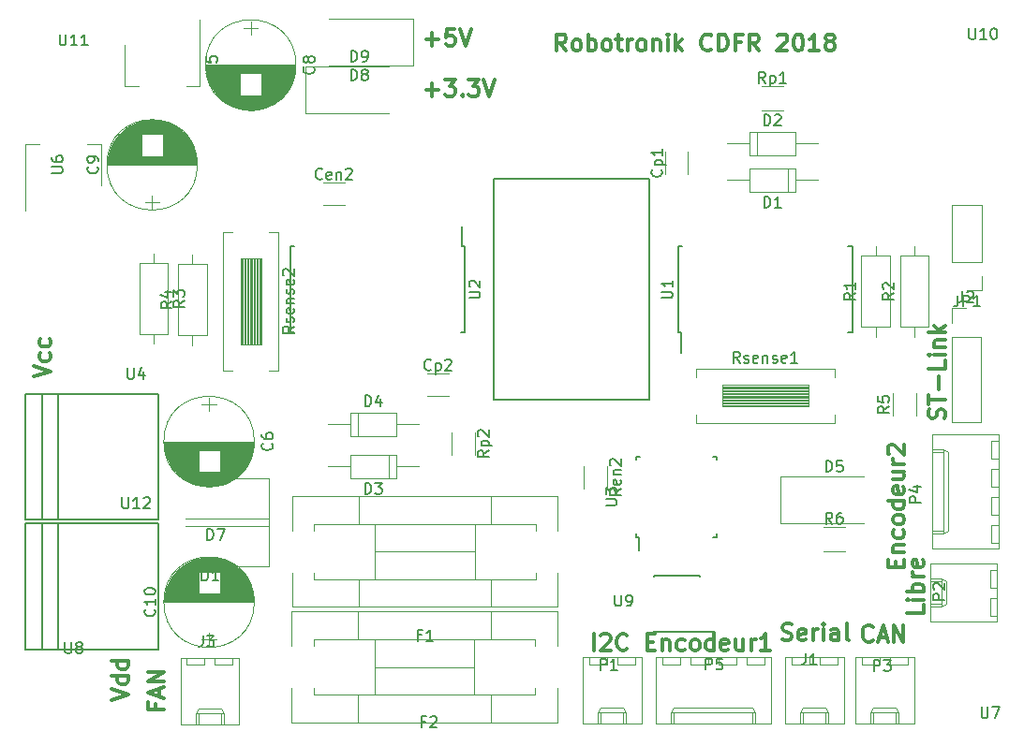
<source format=gto>
G04 #@! TF.FileFunction,Legend,Top*
%FSLAX46Y46*%
G04 Gerber Fmt 4.6, Leading zero omitted, Abs format (unit mm)*
G04 Created by KiCad (PCBNEW 4.0.2+dfsg1-stable) date sam. 06 janv. 2018 03:07:49 CET*
%MOMM*%
G01*
G04 APERTURE LIST*
%ADD10C,0.100000*%
%ADD11C,0.300000*%
%ADD12C,0.200000*%
%ADD13C,0.120000*%
%ADD14C,0.150000*%
G04 APERTURE END LIST*
D10*
D11*
X136707143Y-121658572D02*
X136778571Y-121444286D01*
X136778571Y-121087143D01*
X136707143Y-120944286D01*
X136635714Y-120872857D01*
X136492857Y-120801429D01*
X136350000Y-120801429D01*
X136207143Y-120872857D01*
X136135714Y-120944286D01*
X136064286Y-121087143D01*
X135992857Y-121372857D01*
X135921429Y-121515715D01*
X135850000Y-121587143D01*
X135707143Y-121658572D01*
X135564286Y-121658572D01*
X135421429Y-121587143D01*
X135350000Y-121515715D01*
X135278571Y-121372857D01*
X135278571Y-121015715D01*
X135350000Y-120801429D01*
X135278571Y-120372858D02*
X135278571Y-119515715D01*
X136778571Y-119944286D02*
X135278571Y-119944286D01*
X136207143Y-119015715D02*
X136207143Y-117872858D01*
X136778571Y-116444286D02*
X136778571Y-117158572D01*
X135278571Y-117158572D01*
X136778571Y-115944286D02*
X135778571Y-115944286D01*
X135278571Y-115944286D02*
X135350000Y-116015715D01*
X135421429Y-115944286D01*
X135350000Y-115872858D01*
X135278571Y-115944286D01*
X135421429Y-115944286D01*
X135778571Y-115230000D02*
X136778571Y-115230000D01*
X135921429Y-115230000D02*
X135850000Y-115158572D01*
X135778571Y-115015714D01*
X135778571Y-114801429D01*
X135850000Y-114658572D01*
X135992857Y-114587143D01*
X136778571Y-114587143D01*
X136778571Y-113872857D02*
X135278571Y-113872857D01*
X136207143Y-113730000D02*
X136778571Y-113301429D01*
X135778571Y-113301429D02*
X136350000Y-113872857D01*
X132302857Y-135129999D02*
X132302857Y-134629999D01*
X133088571Y-134415713D02*
X133088571Y-135129999D01*
X131588571Y-135129999D01*
X131588571Y-134415713D01*
X132088571Y-133772856D02*
X133088571Y-133772856D01*
X132231429Y-133772856D02*
X132160000Y-133701428D01*
X132088571Y-133558570D01*
X132088571Y-133344285D01*
X132160000Y-133201428D01*
X132302857Y-133129999D01*
X133088571Y-133129999D01*
X133017143Y-131772856D02*
X133088571Y-131915713D01*
X133088571Y-132201427D01*
X133017143Y-132344285D01*
X132945714Y-132415713D01*
X132802857Y-132487142D01*
X132374286Y-132487142D01*
X132231429Y-132415713D01*
X132160000Y-132344285D01*
X132088571Y-132201427D01*
X132088571Y-131915713D01*
X132160000Y-131772856D01*
X133088571Y-130915713D02*
X133017143Y-131058571D01*
X132945714Y-131129999D01*
X132802857Y-131201428D01*
X132374286Y-131201428D01*
X132231429Y-131129999D01*
X132160000Y-131058571D01*
X132088571Y-130915713D01*
X132088571Y-130701428D01*
X132160000Y-130558571D01*
X132231429Y-130487142D01*
X132374286Y-130415713D01*
X132802857Y-130415713D01*
X132945714Y-130487142D01*
X133017143Y-130558571D01*
X133088571Y-130701428D01*
X133088571Y-130915713D01*
X133088571Y-129129999D02*
X131588571Y-129129999D01*
X133017143Y-129129999D02*
X133088571Y-129272856D01*
X133088571Y-129558570D01*
X133017143Y-129701428D01*
X132945714Y-129772856D01*
X132802857Y-129844285D01*
X132374286Y-129844285D01*
X132231429Y-129772856D01*
X132160000Y-129701428D01*
X132088571Y-129558570D01*
X132088571Y-129272856D01*
X132160000Y-129129999D01*
X133017143Y-127844285D02*
X133088571Y-127987142D01*
X133088571Y-128272856D01*
X133017143Y-128415713D01*
X132874286Y-128487142D01*
X132302857Y-128487142D01*
X132160000Y-128415713D01*
X132088571Y-128272856D01*
X132088571Y-127987142D01*
X132160000Y-127844285D01*
X132302857Y-127772856D01*
X132445714Y-127772856D01*
X132588571Y-128487142D01*
X132088571Y-126487142D02*
X133088571Y-126487142D01*
X132088571Y-127129999D02*
X132874286Y-127129999D01*
X133017143Y-127058571D01*
X133088571Y-126915713D01*
X133088571Y-126701428D01*
X133017143Y-126558571D01*
X132945714Y-126487142D01*
X133088571Y-125772856D02*
X132088571Y-125772856D01*
X132374286Y-125772856D02*
X132231429Y-125701428D01*
X132160000Y-125629999D01*
X132088571Y-125487142D01*
X132088571Y-125344285D01*
X131731429Y-124915714D02*
X131660000Y-124844285D01*
X131588571Y-124701428D01*
X131588571Y-124344285D01*
X131660000Y-124201428D01*
X131731429Y-124129999D01*
X131874286Y-124058571D01*
X132017143Y-124058571D01*
X132231429Y-124129999D01*
X133088571Y-124987142D01*
X133088571Y-124058571D01*
X134808571Y-138548571D02*
X134808571Y-139262857D01*
X133308571Y-139262857D01*
X134808571Y-138048571D02*
X133808571Y-138048571D01*
X133308571Y-138048571D02*
X133380000Y-138120000D01*
X133451429Y-138048571D01*
X133380000Y-137977143D01*
X133308571Y-138048571D01*
X133451429Y-138048571D01*
X134808571Y-137334285D02*
X133308571Y-137334285D01*
X133880000Y-137334285D02*
X133808571Y-137191428D01*
X133808571Y-136905714D01*
X133880000Y-136762857D01*
X133951429Y-136691428D01*
X134094286Y-136619999D01*
X134522857Y-136619999D01*
X134665714Y-136691428D01*
X134737143Y-136762857D01*
X134808571Y-136905714D01*
X134808571Y-137191428D01*
X134737143Y-137334285D01*
X134808571Y-135977142D02*
X133808571Y-135977142D01*
X134094286Y-135977142D02*
X133951429Y-135905714D01*
X133880000Y-135834285D01*
X133808571Y-135691428D01*
X133808571Y-135548571D01*
X134737143Y-134477143D02*
X134808571Y-134620000D01*
X134808571Y-134905714D01*
X134737143Y-135048571D01*
X134594286Y-135120000D01*
X134022857Y-135120000D01*
X133880000Y-135048571D01*
X133808571Y-134905714D01*
X133808571Y-134620000D01*
X133880000Y-134477143D01*
X134022857Y-134405714D01*
X134165714Y-134405714D01*
X134308571Y-135120000D01*
X130235715Y-141725714D02*
X130164286Y-141797143D01*
X129950000Y-141868571D01*
X129807143Y-141868571D01*
X129592858Y-141797143D01*
X129450000Y-141654286D01*
X129378572Y-141511429D01*
X129307143Y-141225714D01*
X129307143Y-141011429D01*
X129378572Y-140725714D01*
X129450000Y-140582857D01*
X129592858Y-140440000D01*
X129807143Y-140368571D01*
X129950000Y-140368571D01*
X130164286Y-140440000D01*
X130235715Y-140511429D01*
X130807143Y-141440000D02*
X131521429Y-141440000D01*
X130664286Y-141868571D02*
X131164286Y-140368571D01*
X131664286Y-141868571D01*
X132164286Y-141868571D02*
X132164286Y-140368571D01*
X133021429Y-141868571D01*
X133021429Y-140368571D01*
X122075715Y-141667143D02*
X122290001Y-141738571D01*
X122647144Y-141738571D01*
X122790001Y-141667143D01*
X122861430Y-141595714D01*
X122932858Y-141452857D01*
X122932858Y-141310000D01*
X122861430Y-141167143D01*
X122790001Y-141095714D01*
X122647144Y-141024286D01*
X122361430Y-140952857D01*
X122218572Y-140881429D01*
X122147144Y-140810000D01*
X122075715Y-140667143D01*
X122075715Y-140524286D01*
X122147144Y-140381429D01*
X122218572Y-140310000D01*
X122361430Y-140238571D01*
X122718572Y-140238571D01*
X122932858Y-140310000D01*
X124147143Y-141667143D02*
X124004286Y-141738571D01*
X123718572Y-141738571D01*
X123575715Y-141667143D01*
X123504286Y-141524286D01*
X123504286Y-140952857D01*
X123575715Y-140810000D01*
X123718572Y-140738571D01*
X124004286Y-140738571D01*
X124147143Y-140810000D01*
X124218572Y-140952857D01*
X124218572Y-141095714D01*
X123504286Y-141238571D01*
X124861429Y-141738571D02*
X124861429Y-140738571D01*
X124861429Y-141024286D02*
X124932857Y-140881429D01*
X125004286Y-140810000D01*
X125147143Y-140738571D01*
X125290000Y-140738571D01*
X125790000Y-141738571D02*
X125790000Y-140738571D01*
X125790000Y-140238571D02*
X125718571Y-140310000D01*
X125790000Y-140381429D01*
X125861428Y-140310000D01*
X125790000Y-140238571D01*
X125790000Y-140381429D01*
X127147143Y-141738571D02*
X127147143Y-140952857D01*
X127075714Y-140810000D01*
X126932857Y-140738571D01*
X126647143Y-140738571D01*
X126504286Y-140810000D01*
X127147143Y-141667143D02*
X127004286Y-141738571D01*
X126647143Y-141738571D01*
X126504286Y-141667143D01*
X126432857Y-141524286D01*
X126432857Y-141381429D01*
X126504286Y-141238571D01*
X126647143Y-141167143D01*
X127004286Y-141167143D01*
X127147143Y-141095714D01*
X128075715Y-141738571D02*
X127932857Y-141667143D01*
X127861429Y-141524286D01*
X127861429Y-140238571D01*
X109870001Y-141872857D02*
X110370001Y-141872857D01*
X110584287Y-142658571D02*
X109870001Y-142658571D01*
X109870001Y-141158571D01*
X110584287Y-141158571D01*
X111227144Y-141658571D02*
X111227144Y-142658571D01*
X111227144Y-141801429D02*
X111298572Y-141730000D01*
X111441430Y-141658571D01*
X111655715Y-141658571D01*
X111798572Y-141730000D01*
X111870001Y-141872857D01*
X111870001Y-142658571D01*
X113227144Y-142587143D02*
X113084287Y-142658571D01*
X112798573Y-142658571D01*
X112655715Y-142587143D01*
X112584287Y-142515714D01*
X112512858Y-142372857D01*
X112512858Y-141944286D01*
X112584287Y-141801429D01*
X112655715Y-141730000D01*
X112798573Y-141658571D01*
X113084287Y-141658571D01*
X113227144Y-141730000D01*
X114084287Y-142658571D02*
X113941429Y-142587143D01*
X113870001Y-142515714D01*
X113798572Y-142372857D01*
X113798572Y-141944286D01*
X113870001Y-141801429D01*
X113941429Y-141730000D01*
X114084287Y-141658571D01*
X114298572Y-141658571D01*
X114441429Y-141730000D01*
X114512858Y-141801429D01*
X114584287Y-141944286D01*
X114584287Y-142372857D01*
X114512858Y-142515714D01*
X114441429Y-142587143D01*
X114298572Y-142658571D01*
X114084287Y-142658571D01*
X115870001Y-142658571D02*
X115870001Y-141158571D01*
X115870001Y-142587143D02*
X115727144Y-142658571D01*
X115441430Y-142658571D01*
X115298572Y-142587143D01*
X115227144Y-142515714D01*
X115155715Y-142372857D01*
X115155715Y-141944286D01*
X115227144Y-141801429D01*
X115298572Y-141730000D01*
X115441430Y-141658571D01*
X115727144Y-141658571D01*
X115870001Y-141730000D01*
X117155715Y-142587143D02*
X117012858Y-142658571D01*
X116727144Y-142658571D01*
X116584287Y-142587143D01*
X116512858Y-142444286D01*
X116512858Y-141872857D01*
X116584287Y-141730000D01*
X116727144Y-141658571D01*
X117012858Y-141658571D01*
X117155715Y-141730000D01*
X117227144Y-141872857D01*
X117227144Y-142015714D01*
X116512858Y-142158571D01*
X118512858Y-141658571D02*
X118512858Y-142658571D01*
X117870001Y-141658571D02*
X117870001Y-142444286D01*
X117941429Y-142587143D01*
X118084287Y-142658571D01*
X118298572Y-142658571D01*
X118441429Y-142587143D01*
X118512858Y-142515714D01*
X119227144Y-142658571D02*
X119227144Y-141658571D01*
X119227144Y-141944286D02*
X119298572Y-141801429D01*
X119370001Y-141730000D01*
X119512858Y-141658571D01*
X119655715Y-141658571D01*
X120941429Y-142658571D02*
X120084286Y-142658571D01*
X120512858Y-142658571D02*
X120512858Y-141158571D01*
X120370001Y-141372857D01*
X120227143Y-141515714D01*
X120084286Y-141587143D01*
X105035715Y-142648571D02*
X105035715Y-141148571D01*
X105678572Y-141291429D02*
X105750001Y-141220000D01*
X105892858Y-141148571D01*
X106250001Y-141148571D01*
X106392858Y-141220000D01*
X106464287Y-141291429D01*
X106535715Y-141434286D01*
X106535715Y-141577143D01*
X106464287Y-141791429D01*
X105607144Y-142648571D01*
X106535715Y-142648571D01*
X108035715Y-142505714D02*
X107964286Y-142577143D01*
X107750000Y-142648571D01*
X107607143Y-142648571D01*
X107392858Y-142577143D01*
X107250000Y-142434286D01*
X107178572Y-142291429D01*
X107107143Y-142005714D01*
X107107143Y-141791429D01*
X107178572Y-141505714D01*
X107250000Y-141362857D01*
X107392858Y-141220000D01*
X107607143Y-141148571D01*
X107750000Y-141148571D01*
X107964286Y-141220000D01*
X108035715Y-141291429D01*
X61468571Y-147117143D02*
X62968571Y-146617143D01*
X61468571Y-146117143D01*
X62968571Y-144974286D02*
X61468571Y-144974286D01*
X62897143Y-144974286D02*
X62968571Y-145117143D01*
X62968571Y-145402857D01*
X62897143Y-145545715D01*
X62825714Y-145617143D01*
X62682857Y-145688572D01*
X62254286Y-145688572D01*
X62111429Y-145617143D01*
X62040000Y-145545715D01*
X61968571Y-145402857D01*
X61968571Y-145117143D01*
X62040000Y-144974286D01*
X62968571Y-143617143D02*
X61468571Y-143617143D01*
X62897143Y-143617143D02*
X62968571Y-143760000D01*
X62968571Y-144045714D01*
X62897143Y-144188572D01*
X62825714Y-144260000D01*
X62682857Y-144331429D01*
X62254286Y-144331429D01*
X62111429Y-144260000D01*
X62040000Y-144188572D01*
X61968571Y-144045714D01*
X61968571Y-143760000D01*
X62040000Y-143617143D01*
X54408571Y-117885714D02*
X55908571Y-117385714D01*
X54408571Y-116885714D01*
X55837143Y-115742857D02*
X55908571Y-115885714D01*
X55908571Y-116171428D01*
X55837143Y-116314286D01*
X55765714Y-116385714D01*
X55622857Y-116457143D01*
X55194286Y-116457143D01*
X55051429Y-116385714D01*
X54980000Y-116314286D01*
X54908571Y-116171428D01*
X54908571Y-115885714D01*
X54980000Y-115742857D01*
X55837143Y-114457143D02*
X55908571Y-114600000D01*
X55908571Y-114885714D01*
X55837143Y-115028572D01*
X55765714Y-115100000D01*
X55622857Y-115171429D01*
X55194286Y-115171429D01*
X55051429Y-115100000D01*
X54980000Y-115028572D01*
X54908571Y-114885714D01*
X54908571Y-114600000D01*
X54980000Y-114457143D01*
X65424857Y-147518285D02*
X65424857Y-148018285D01*
X66210571Y-148018285D02*
X64710571Y-148018285D01*
X64710571Y-147303999D01*
X65782000Y-146804000D02*
X65782000Y-146089714D01*
X66210571Y-146946857D02*
X64710571Y-146446857D01*
X66210571Y-145946857D01*
X66210571Y-145446857D02*
X64710571Y-145446857D01*
X66210571Y-144589714D01*
X64710571Y-144589714D01*
X89862401Y-91953543D02*
X91005258Y-91953543D01*
X90433829Y-92524971D02*
X90433829Y-91382114D01*
X91576687Y-91024971D02*
X92505258Y-91024971D01*
X92005258Y-91596400D01*
X92219544Y-91596400D01*
X92362401Y-91667829D01*
X92433830Y-91739257D01*
X92505258Y-91882114D01*
X92505258Y-92239257D01*
X92433830Y-92382114D01*
X92362401Y-92453543D01*
X92219544Y-92524971D01*
X91790972Y-92524971D01*
X91648115Y-92453543D01*
X91576687Y-92382114D01*
X93148115Y-92382114D02*
X93219543Y-92453543D01*
X93148115Y-92524971D01*
X93076686Y-92453543D01*
X93148115Y-92382114D01*
X93148115Y-92524971D01*
X93719544Y-91024971D02*
X94648115Y-91024971D01*
X94148115Y-91596400D01*
X94362401Y-91596400D01*
X94505258Y-91667829D01*
X94576687Y-91739257D01*
X94648115Y-91882114D01*
X94648115Y-92239257D01*
X94576687Y-92382114D01*
X94505258Y-92453543D01*
X94362401Y-92524971D01*
X93933829Y-92524971D01*
X93790972Y-92453543D01*
X93719544Y-92382114D01*
X95076686Y-91024971D02*
X95576686Y-92524971D01*
X96076686Y-91024971D01*
X89867029Y-87381543D02*
X91009886Y-87381543D01*
X90438457Y-87952971D02*
X90438457Y-86810114D01*
X92438458Y-86452971D02*
X91724172Y-86452971D01*
X91652743Y-87167257D01*
X91724172Y-87095829D01*
X91867029Y-87024400D01*
X92224172Y-87024400D01*
X92367029Y-87095829D01*
X92438458Y-87167257D01*
X92509886Y-87310114D01*
X92509886Y-87667257D01*
X92438458Y-87810114D01*
X92367029Y-87881543D01*
X92224172Y-87952971D01*
X91867029Y-87952971D01*
X91724172Y-87881543D01*
X91652743Y-87810114D01*
X92938457Y-86452971D02*
X93438457Y-87952971D01*
X93938457Y-86452971D01*
X102519830Y-88410171D02*
X102019830Y-87695886D01*
X101662687Y-88410171D02*
X101662687Y-86910171D01*
X102234115Y-86910171D01*
X102376973Y-86981600D01*
X102448401Y-87053029D01*
X102519830Y-87195886D01*
X102519830Y-87410171D01*
X102448401Y-87553029D01*
X102376973Y-87624457D01*
X102234115Y-87695886D01*
X101662687Y-87695886D01*
X103376973Y-88410171D02*
X103234115Y-88338743D01*
X103162687Y-88267314D01*
X103091258Y-88124457D01*
X103091258Y-87695886D01*
X103162687Y-87553029D01*
X103234115Y-87481600D01*
X103376973Y-87410171D01*
X103591258Y-87410171D01*
X103734115Y-87481600D01*
X103805544Y-87553029D01*
X103876973Y-87695886D01*
X103876973Y-88124457D01*
X103805544Y-88267314D01*
X103734115Y-88338743D01*
X103591258Y-88410171D01*
X103376973Y-88410171D01*
X104519830Y-88410171D02*
X104519830Y-86910171D01*
X104519830Y-87481600D02*
X104662687Y-87410171D01*
X104948401Y-87410171D01*
X105091258Y-87481600D01*
X105162687Y-87553029D01*
X105234116Y-87695886D01*
X105234116Y-88124457D01*
X105162687Y-88267314D01*
X105091258Y-88338743D01*
X104948401Y-88410171D01*
X104662687Y-88410171D01*
X104519830Y-88338743D01*
X106091259Y-88410171D02*
X105948401Y-88338743D01*
X105876973Y-88267314D01*
X105805544Y-88124457D01*
X105805544Y-87695886D01*
X105876973Y-87553029D01*
X105948401Y-87481600D01*
X106091259Y-87410171D01*
X106305544Y-87410171D01*
X106448401Y-87481600D01*
X106519830Y-87553029D01*
X106591259Y-87695886D01*
X106591259Y-88124457D01*
X106519830Y-88267314D01*
X106448401Y-88338743D01*
X106305544Y-88410171D01*
X106091259Y-88410171D01*
X107019830Y-87410171D02*
X107591259Y-87410171D01*
X107234116Y-86910171D02*
X107234116Y-88195886D01*
X107305544Y-88338743D01*
X107448402Y-88410171D01*
X107591259Y-88410171D01*
X108091259Y-88410171D02*
X108091259Y-87410171D01*
X108091259Y-87695886D02*
X108162687Y-87553029D01*
X108234116Y-87481600D01*
X108376973Y-87410171D01*
X108519830Y-87410171D01*
X109234116Y-88410171D02*
X109091258Y-88338743D01*
X109019830Y-88267314D01*
X108948401Y-88124457D01*
X108948401Y-87695886D01*
X109019830Y-87553029D01*
X109091258Y-87481600D01*
X109234116Y-87410171D01*
X109448401Y-87410171D01*
X109591258Y-87481600D01*
X109662687Y-87553029D01*
X109734116Y-87695886D01*
X109734116Y-88124457D01*
X109662687Y-88267314D01*
X109591258Y-88338743D01*
X109448401Y-88410171D01*
X109234116Y-88410171D01*
X110376973Y-87410171D02*
X110376973Y-88410171D01*
X110376973Y-87553029D02*
X110448401Y-87481600D01*
X110591259Y-87410171D01*
X110805544Y-87410171D01*
X110948401Y-87481600D01*
X111019830Y-87624457D01*
X111019830Y-88410171D01*
X111734116Y-88410171D02*
X111734116Y-87410171D01*
X111734116Y-86910171D02*
X111662687Y-86981600D01*
X111734116Y-87053029D01*
X111805544Y-86981600D01*
X111734116Y-86910171D01*
X111734116Y-87053029D01*
X112448402Y-88410171D02*
X112448402Y-86910171D01*
X112591259Y-87838743D02*
X113019830Y-88410171D01*
X113019830Y-87410171D02*
X112448402Y-87981600D01*
X115662688Y-88267314D02*
X115591259Y-88338743D01*
X115376973Y-88410171D01*
X115234116Y-88410171D01*
X115019831Y-88338743D01*
X114876973Y-88195886D01*
X114805545Y-88053029D01*
X114734116Y-87767314D01*
X114734116Y-87553029D01*
X114805545Y-87267314D01*
X114876973Y-87124457D01*
X115019831Y-86981600D01*
X115234116Y-86910171D01*
X115376973Y-86910171D01*
X115591259Y-86981600D01*
X115662688Y-87053029D01*
X116305545Y-88410171D02*
X116305545Y-86910171D01*
X116662688Y-86910171D01*
X116876973Y-86981600D01*
X117019831Y-87124457D01*
X117091259Y-87267314D01*
X117162688Y-87553029D01*
X117162688Y-87767314D01*
X117091259Y-88053029D01*
X117019831Y-88195886D01*
X116876973Y-88338743D01*
X116662688Y-88410171D01*
X116305545Y-88410171D01*
X118305545Y-87624457D02*
X117805545Y-87624457D01*
X117805545Y-88410171D02*
X117805545Y-86910171D01*
X118519831Y-86910171D01*
X119948402Y-88410171D02*
X119448402Y-87695886D01*
X119091259Y-88410171D02*
X119091259Y-86910171D01*
X119662687Y-86910171D01*
X119805545Y-86981600D01*
X119876973Y-87053029D01*
X119948402Y-87195886D01*
X119948402Y-87410171D01*
X119876973Y-87553029D01*
X119805545Y-87624457D01*
X119662687Y-87695886D01*
X119091259Y-87695886D01*
X121662687Y-87053029D02*
X121734116Y-86981600D01*
X121876973Y-86910171D01*
X122234116Y-86910171D01*
X122376973Y-86981600D01*
X122448402Y-87053029D01*
X122519830Y-87195886D01*
X122519830Y-87338743D01*
X122448402Y-87553029D01*
X121591259Y-88410171D01*
X122519830Y-88410171D01*
X123448401Y-86910171D02*
X123591258Y-86910171D01*
X123734115Y-86981600D01*
X123805544Y-87053029D01*
X123876973Y-87195886D01*
X123948401Y-87481600D01*
X123948401Y-87838743D01*
X123876973Y-88124457D01*
X123805544Y-88267314D01*
X123734115Y-88338743D01*
X123591258Y-88410171D01*
X123448401Y-88410171D01*
X123305544Y-88338743D01*
X123234115Y-88267314D01*
X123162687Y-88124457D01*
X123091258Y-87838743D01*
X123091258Y-87481600D01*
X123162687Y-87195886D01*
X123234115Y-87053029D01*
X123305544Y-86981600D01*
X123448401Y-86910171D01*
X125376972Y-88410171D02*
X124519829Y-88410171D01*
X124948401Y-88410171D02*
X124948401Y-86910171D01*
X124805544Y-87124457D01*
X124662686Y-87267314D01*
X124519829Y-87338743D01*
X126234115Y-87553029D02*
X126091257Y-87481600D01*
X126019829Y-87410171D01*
X125948400Y-87267314D01*
X125948400Y-87195886D01*
X126019829Y-87053029D01*
X126091257Y-86981600D01*
X126234115Y-86910171D01*
X126519829Y-86910171D01*
X126662686Y-86981600D01*
X126734115Y-87053029D01*
X126805543Y-87195886D01*
X126805543Y-87267314D01*
X126734115Y-87410171D01*
X126662686Y-87481600D01*
X126519829Y-87553029D01*
X126234115Y-87553029D01*
X126091257Y-87624457D01*
X126019829Y-87695886D01*
X125948400Y-87838743D01*
X125948400Y-88124457D01*
X126019829Y-88267314D01*
X126091257Y-88338743D01*
X126234115Y-88410171D01*
X126519829Y-88410171D01*
X126662686Y-88338743D01*
X126734115Y-88267314D01*
X126805543Y-88124457D01*
X126805543Y-87838743D01*
X126734115Y-87695886D01*
X126662686Y-87624457D01*
X126519829Y-87553029D01*
D12*
X110000000Y-100000000D02*
X110000000Y-120000000D01*
X96000000Y-100000000D02*
X110000000Y-100000000D01*
X96000000Y-120000000D02*
X96000000Y-100000000D01*
X110000000Y-120000000D02*
X96000000Y-120000000D01*
D13*
X129190000Y-113380000D02*
X131810000Y-113380000D01*
X131810000Y-113380000D02*
X131810000Y-106960000D01*
X131810000Y-106960000D02*
X129190000Y-106960000D01*
X129190000Y-106960000D02*
X129190000Y-113380000D01*
X130500000Y-114270000D02*
X130500000Y-113380000D01*
X130500000Y-106070000D02*
X130500000Y-106960000D01*
X110644000Y-143284000D02*
X110644000Y-149284000D01*
X110644000Y-149284000D02*
X121004000Y-149284000D01*
X121004000Y-149284000D02*
X121004000Y-143284000D01*
X121004000Y-143284000D02*
X110644000Y-143284000D01*
X112014000Y-149284000D02*
X112014000Y-148284000D01*
X112014000Y-148284000D02*
X119634000Y-148284000D01*
X119634000Y-148284000D02*
X119634000Y-149284000D01*
X112014000Y-148284000D02*
X112264000Y-147854000D01*
X112264000Y-147854000D02*
X119384000Y-147854000D01*
X119384000Y-147854000D02*
X119634000Y-148284000D01*
X112264000Y-149284000D02*
X112264000Y-148284000D01*
X119384000Y-149284000D02*
X119384000Y-148284000D01*
X111214000Y-143284000D02*
X111214000Y-143904000D01*
X111214000Y-143904000D02*
X112814000Y-143904000D01*
X112814000Y-143904000D02*
X112814000Y-143284000D01*
X113754000Y-143284000D02*
X113754000Y-143904000D01*
X113754000Y-143904000D02*
X115354000Y-143904000D01*
X115354000Y-143904000D02*
X115354000Y-143284000D01*
X116294000Y-143284000D02*
X116294000Y-143904000D01*
X116294000Y-143904000D02*
X117894000Y-143904000D01*
X117894000Y-143904000D02*
X117894000Y-143284000D01*
X118834000Y-143284000D02*
X118834000Y-143904000D01*
X118834000Y-143904000D02*
X120434000Y-143904000D01*
X120434000Y-143904000D02*
X120434000Y-143284000D01*
D14*
X112625000Y-113875000D02*
X112900000Y-113875000D01*
X112625000Y-106125000D02*
X112990000Y-106125000D01*
X128375000Y-106125000D02*
X128010000Y-106125000D01*
X128375000Y-113875000D02*
X128010000Y-113875000D01*
X112625000Y-113875000D02*
X112625000Y-106125000D01*
X128375000Y-113875000D02*
X128375000Y-106125000D01*
X112900000Y-113875000D02*
X112900000Y-115700000D01*
D13*
X74346400Y-123752800D02*
G75*
G03X74346400Y-123752800I-4090000J0D01*
G01*
X74306400Y-123752800D02*
X66206400Y-123752800D01*
X74306400Y-123792800D02*
X66206400Y-123792800D01*
X74306400Y-123832800D02*
X66206400Y-123832800D01*
X74305400Y-123872800D02*
X66207400Y-123872800D01*
X74303400Y-123912800D02*
X66209400Y-123912800D01*
X74302400Y-123952800D02*
X66210400Y-123952800D01*
X74299400Y-123992800D02*
X66213400Y-123992800D01*
X74297400Y-124032800D02*
X66215400Y-124032800D01*
X74294400Y-124072800D02*
X66218400Y-124072800D01*
X74291400Y-124112800D02*
X66221400Y-124112800D01*
X74287400Y-124152800D02*
X66225400Y-124152800D01*
X74283400Y-124192800D02*
X66229400Y-124192800D01*
X74278400Y-124232800D02*
X66234400Y-124232800D01*
X74273400Y-124272800D02*
X66239400Y-124272800D01*
X74268400Y-124312800D02*
X66244400Y-124312800D01*
X74262400Y-124352800D02*
X66250400Y-124352800D01*
X74256400Y-124392800D02*
X66256400Y-124392800D01*
X74250400Y-124432800D02*
X66262400Y-124432800D01*
X74243400Y-124473800D02*
X66269400Y-124473800D01*
X74235400Y-124513800D02*
X66277400Y-124513800D01*
X74227400Y-124553800D02*
X71236400Y-124553800D01*
X69276400Y-124553800D02*
X66285400Y-124553800D01*
X74219400Y-124593800D02*
X71236400Y-124593800D01*
X69276400Y-124593800D02*
X66293400Y-124593800D01*
X74211400Y-124633800D02*
X71236400Y-124633800D01*
X69276400Y-124633800D02*
X66301400Y-124633800D01*
X74202400Y-124673800D02*
X71236400Y-124673800D01*
X69276400Y-124673800D02*
X66310400Y-124673800D01*
X74192400Y-124713800D02*
X71236400Y-124713800D01*
X69276400Y-124713800D02*
X66320400Y-124713800D01*
X74182400Y-124753800D02*
X71236400Y-124753800D01*
X69276400Y-124753800D02*
X66330400Y-124753800D01*
X74172400Y-124793800D02*
X71236400Y-124793800D01*
X69276400Y-124793800D02*
X66340400Y-124793800D01*
X74161400Y-124833800D02*
X71236400Y-124833800D01*
X69276400Y-124833800D02*
X66351400Y-124833800D01*
X74150400Y-124873800D02*
X71236400Y-124873800D01*
X69276400Y-124873800D02*
X66362400Y-124873800D01*
X74139400Y-124913800D02*
X71236400Y-124913800D01*
X69276400Y-124913800D02*
X66373400Y-124913800D01*
X74126400Y-124953800D02*
X71236400Y-124953800D01*
X69276400Y-124953800D02*
X66386400Y-124953800D01*
X74114400Y-124993800D02*
X71236400Y-124993800D01*
X69276400Y-124993800D02*
X66398400Y-124993800D01*
X74101400Y-125033800D02*
X71236400Y-125033800D01*
X69276400Y-125033800D02*
X66411400Y-125033800D01*
X74088400Y-125073800D02*
X71236400Y-125073800D01*
X69276400Y-125073800D02*
X66424400Y-125073800D01*
X74074400Y-125113800D02*
X71236400Y-125113800D01*
X69276400Y-125113800D02*
X66438400Y-125113800D01*
X74059400Y-125153800D02*
X71236400Y-125153800D01*
X69276400Y-125153800D02*
X66453400Y-125153800D01*
X74045400Y-125193800D02*
X71236400Y-125193800D01*
X69276400Y-125193800D02*
X66467400Y-125193800D01*
X74029400Y-125233800D02*
X71236400Y-125233800D01*
X69276400Y-125233800D02*
X66483400Y-125233800D01*
X74014400Y-125273800D02*
X71236400Y-125273800D01*
X69276400Y-125273800D02*
X66498400Y-125273800D01*
X73997400Y-125313800D02*
X71236400Y-125313800D01*
X69276400Y-125313800D02*
X66515400Y-125313800D01*
X73981400Y-125353800D02*
X71236400Y-125353800D01*
X69276400Y-125353800D02*
X66531400Y-125353800D01*
X73963400Y-125393800D02*
X71236400Y-125393800D01*
X69276400Y-125393800D02*
X66549400Y-125393800D01*
X73946400Y-125433800D02*
X71236400Y-125433800D01*
X69276400Y-125433800D02*
X66566400Y-125433800D01*
X73927400Y-125473800D02*
X71236400Y-125473800D01*
X69276400Y-125473800D02*
X66585400Y-125473800D01*
X73908400Y-125513800D02*
X71236400Y-125513800D01*
X69276400Y-125513800D02*
X66604400Y-125513800D01*
X73889400Y-125553800D02*
X71236400Y-125553800D01*
X69276400Y-125553800D02*
X66623400Y-125553800D01*
X73869400Y-125593800D02*
X71236400Y-125593800D01*
X69276400Y-125593800D02*
X66643400Y-125593800D01*
X73849400Y-125633800D02*
X71236400Y-125633800D01*
X69276400Y-125633800D02*
X66663400Y-125633800D01*
X73828400Y-125673800D02*
X71236400Y-125673800D01*
X69276400Y-125673800D02*
X66684400Y-125673800D01*
X73806400Y-125713800D02*
X71236400Y-125713800D01*
X69276400Y-125713800D02*
X66706400Y-125713800D01*
X73784400Y-125753800D02*
X71236400Y-125753800D01*
X69276400Y-125753800D02*
X66728400Y-125753800D01*
X73761400Y-125793800D02*
X71236400Y-125793800D01*
X69276400Y-125793800D02*
X66751400Y-125793800D01*
X73738400Y-125833800D02*
X71236400Y-125833800D01*
X69276400Y-125833800D02*
X66774400Y-125833800D01*
X73714400Y-125873800D02*
X71236400Y-125873800D01*
X69276400Y-125873800D02*
X66798400Y-125873800D01*
X73690400Y-125913800D02*
X71236400Y-125913800D01*
X69276400Y-125913800D02*
X66822400Y-125913800D01*
X73664400Y-125953800D02*
X71236400Y-125953800D01*
X69276400Y-125953800D02*
X66848400Y-125953800D01*
X73639400Y-125993800D02*
X71236400Y-125993800D01*
X69276400Y-125993800D02*
X66873400Y-125993800D01*
X73612400Y-126033800D02*
X71236400Y-126033800D01*
X69276400Y-126033800D02*
X66900400Y-126033800D01*
X73585400Y-126073800D02*
X71236400Y-126073800D01*
X69276400Y-126073800D02*
X66927400Y-126073800D01*
X73557400Y-126113800D02*
X71236400Y-126113800D01*
X69276400Y-126113800D02*
X66955400Y-126113800D01*
X73528400Y-126153800D02*
X71236400Y-126153800D01*
X69276400Y-126153800D02*
X66984400Y-126153800D01*
X73499400Y-126193800D02*
X71236400Y-126193800D01*
X69276400Y-126193800D02*
X67013400Y-126193800D01*
X73469400Y-126233800D02*
X71236400Y-126233800D01*
X69276400Y-126233800D02*
X67043400Y-126233800D01*
X73438400Y-126273800D02*
X71236400Y-126273800D01*
X69276400Y-126273800D02*
X67074400Y-126273800D01*
X73406400Y-126313800D02*
X71236400Y-126313800D01*
X69276400Y-126313800D02*
X67106400Y-126313800D01*
X73374400Y-126353800D02*
X71236400Y-126353800D01*
X69276400Y-126353800D02*
X67138400Y-126353800D01*
X73340400Y-126393800D02*
X71236400Y-126393800D01*
X69276400Y-126393800D02*
X67172400Y-126393800D01*
X73306400Y-126433800D02*
X71236400Y-126433800D01*
X69276400Y-126433800D02*
X67206400Y-126433800D01*
X73271400Y-126473800D02*
X71236400Y-126473800D01*
X69276400Y-126473800D02*
X67241400Y-126473800D01*
X73235400Y-126513800D02*
X67277400Y-126513800D01*
X73198400Y-126553800D02*
X67314400Y-126553800D01*
X73160400Y-126593800D02*
X67352400Y-126593800D01*
X73121400Y-126633800D02*
X67391400Y-126633800D01*
X73080400Y-126673800D02*
X67432400Y-126673800D01*
X73039400Y-126713800D02*
X67473400Y-126713800D01*
X72996400Y-126753800D02*
X67516400Y-126753800D01*
X72953400Y-126793800D02*
X67559400Y-126793800D01*
X72908400Y-126833800D02*
X67604400Y-126833800D01*
X72861400Y-126873800D02*
X67651400Y-126873800D01*
X72813400Y-126913800D02*
X67699400Y-126913800D01*
X72764400Y-126953800D02*
X67748400Y-126953800D01*
X72713400Y-126993800D02*
X67799400Y-126993800D01*
X72660400Y-127033800D02*
X67852400Y-127033800D01*
X72605400Y-127073800D02*
X67907400Y-127073800D01*
X72549400Y-127113800D02*
X67963400Y-127113800D01*
X72490400Y-127153800D02*
X68022400Y-127153800D01*
X72429400Y-127193800D02*
X68083400Y-127193800D01*
X72365400Y-127233800D02*
X68147400Y-127233800D01*
X72299400Y-127273800D02*
X68213400Y-127273800D01*
X72230400Y-127313800D02*
X68282400Y-127313800D01*
X72158400Y-127353800D02*
X68354400Y-127353800D01*
X72082400Y-127393800D02*
X68430400Y-127393800D01*
X72001400Y-127433800D02*
X68511400Y-127433800D01*
X71916400Y-127473800D02*
X68596400Y-127473800D01*
X71826400Y-127513800D02*
X68686400Y-127513800D01*
X71729400Y-127553800D02*
X68783400Y-127553800D01*
X71625400Y-127593800D02*
X68887400Y-127593800D01*
X71510400Y-127633800D02*
X69002400Y-127633800D01*
X71383400Y-127673800D02*
X69129400Y-127673800D01*
X71239400Y-127713800D02*
X69273400Y-127713800D01*
X71070400Y-127753800D02*
X69442400Y-127753800D01*
X70854400Y-127793800D02*
X69658400Y-127793800D01*
X70502400Y-127833800D02*
X70010400Y-127833800D01*
X70256400Y-119802800D02*
X70256400Y-121002800D01*
X70906400Y-120402800D02*
X69606400Y-120402800D01*
X78117100Y-89699200D02*
G75*
G03X78117100Y-89699200I-4090000J0D01*
G01*
X78077100Y-89699200D02*
X69977100Y-89699200D01*
X78077100Y-89739200D02*
X69977100Y-89739200D01*
X78077100Y-89779200D02*
X69977100Y-89779200D01*
X78076100Y-89819200D02*
X69978100Y-89819200D01*
X78074100Y-89859200D02*
X69980100Y-89859200D01*
X78073100Y-89899200D02*
X69981100Y-89899200D01*
X78070100Y-89939200D02*
X69984100Y-89939200D01*
X78068100Y-89979200D02*
X69986100Y-89979200D01*
X78065100Y-90019200D02*
X69989100Y-90019200D01*
X78062100Y-90059200D02*
X69992100Y-90059200D01*
X78058100Y-90099200D02*
X69996100Y-90099200D01*
X78054100Y-90139200D02*
X70000100Y-90139200D01*
X78049100Y-90179200D02*
X70005100Y-90179200D01*
X78044100Y-90219200D02*
X70010100Y-90219200D01*
X78039100Y-90259200D02*
X70015100Y-90259200D01*
X78033100Y-90299200D02*
X70021100Y-90299200D01*
X78027100Y-90339200D02*
X70027100Y-90339200D01*
X78021100Y-90379200D02*
X70033100Y-90379200D01*
X78014100Y-90420200D02*
X70040100Y-90420200D01*
X78006100Y-90460200D02*
X70048100Y-90460200D01*
X77998100Y-90500200D02*
X75007100Y-90500200D01*
X73047100Y-90500200D02*
X70056100Y-90500200D01*
X77990100Y-90540200D02*
X75007100Y-90540200D01*
X73047100Y-90540200D02*
X70064100Y-90540200D01*
X77982100Y-90580200D02*
X75007100Y-90580200D01*
X73047100Y-90580200D02*
X70072100Y-90580200D01*
X77973100Y-90620200D02*
X75007100Y-90620200D01*
X73047100Y-90620200D02*
X70081100Y-90620200D01*
X77963100Y-90660200D02*
X75007100Y-90660200D01*
X73047100Y-90660200D02*
X70091100Y-90660200D01*
X77953100Y-90700200D02*
X75007100Y-90700200D01*
X73047100Y-90700200D02*
X70101100Y-90700200D01*
X77943100Y-90740200D02*
X75007100Y-90740200D01*
X73047100Y-90740200D02*
X70111100Y-90740200D01*
X77932100Y-90780200D02*
X75007100Y-90780200D01*
X73047100Y-90780200D02*
X70122100Y-90780200D01*
X77921100Y-90820200D02*
X75007100Y-90820200D01*
X73047100Y-90820200D02*
X70133100Y-90820200D01*
X77910100Y-90860200D02*
X75007100Y-90860200D01*
X73047100Y-90860200D02*
X70144100Y-90860200D01*
X77897100Y-90900200D02*
X75007100Y-90900200D01*
X73047100Y-90900200D02*
X70157100Y-90900200D01*
X77885100Y-90940200D02*
X75007100Y-90940200D01*
X73047100Y-90940200D02*
X70169100Y-90940200D01*
X77872100Y-90980200D02*
X75007100Y-90980200D01*
X73047100Y-90980200D02*
X70182100Y-90980200D01*
X77859100Y-91020200D02*
X75007100Y-91020200D01*
X73047100Y-91020200D02*
X70195100Y-91020200D01*
X77845100Y-91060200D02*
X75007100Y-91060200D01*
X73047100Y-91060200D02*
X70209100Y-91060200D01*
X77830100Y-91100200D02*
X75007100Y-91100200D01*
X73047100Y-91100200D02*
X70224100Y-91100200D01*
X77816100Y-91140200D02*
X75007100Y-91140200D01*
X73047100Y-91140200D02*
X70238100Y-91140200D01*
X77800100Y-91180200D02*
X75007100Y-91180200D01*
X73047100Y-91180200D02*
X70254100Y-91180200D01*
X77785100Y-91220200D02*
X75007100Y-91220200D01*
X73047100Y-91220200D02*
X70269100Y-91220200D01*
X77768100Y-91260200D02*
X75007100Y-91260200D01*
X73047100Y-91260200D02*
X70286100Y-91260200D01*
X77752100Y-91300200D02*
X75007100Y-91300200D01*
X73047100Y-91300200D02*
X70302100Y-91300200D01*
X77734100Y-91340200D02*
X75007100Y-91340200D01*
X73047100Y-91340200D02*
X70320100Y-91340200D01*
X77717100Y-91380200D02*
X75007100Y-91380200D01*
X73047100Y-91380200D02*
X70337100Y-91380200D01*
X77698100Y-91420200D02*
X75007100Y-91420200D01*
X73047100Y-91420200D02*
X70356100Y-91420200D01*
X77679100Y-91460200D02*
X75007100Y-91460200D01*
X73047100Y-91460200D02*
X70375100Y-91460200D01*
X77660100Y-91500200D02*
X75007100Y-91500200D01*
X73047100Y-91500200D02*
X70394100Y-91500200D01*
X77640100Y-91540200D02*
X75007100Y-91540200D01*
X73047100Y-91540200D02*
X70414100Y-91540200D01*
X77620100Y-91580200D02*
X75007100Y-91580200D01*
X73047100Y-91580200D02*
X70434100Y-91580200D01*
X77599100Y-91620200D02*
X75007100Y-91620200D01*
X73047100Y-91620200D02*
X70455100Y-91620200D01*
X77577100Y-91660200D02*
X75007100Y-91660200D01*
X73047100Y-91660200D02*
X70477100Y-91660200D01*
X77555100Y-91700200D02*
X75007100Y-91700200D01*
X73047100Y-91700200D02*
X70499100Y-91700200D01*
X77532100Y-91740200D02*
X75007100Y-91740200D01*
X73047100Y-91740200D02*
X70522100Y-91740200D01*
X77509100Y-91780200D02*
X75007100Y-91780200D01*
X73047100Y-91780200D02*
X70545100Y-91780200D01*
X77485100Y-91820200D02*
X75007100Y-91820200D01*
X73047100Y-91820200D02*
X70569100Y-91820200D01*
X77461100Y-91860200D02*
X75007100Y-91860200D01*
X73047100Y-91860200D02*
X70593100Y-91860200D01*
X77435100Y-91900200D02*
X75007100Y-91900200D01*
X73047100Y-91900200D02*
X70619100Y-91900200D01*
X77410100Y-91940200D02*
X75007100Y-91940200D01*
X73047100Y-91940200D02*
X70644100Y-91940200D01*
X77383100Y-91980200D02*
X75007100Y-91980200D01*
X73047100Y-91980200D02*
X70671100Y-91980200D01*
X77356100Y-92020200D02*
X75007100Y-92020200D01*
X73047100Y-92020200D02*
X70698100Y-92020200D01*
X77328100Y-92060200D02*
X75007100Y-92060200D01*
X73047100Y-92060200D02*
X70726100Y-92060200D01*
X77299100Y-92100200D02*
X75007100Y-92100200D01*
X73047100Y-92100200D02*
X70755100Y-92100200D01*
X77270100Y-92140200D02*
X75007100Y-92140200D01*
X73047100Y-92140200D02*
X70784100Y-92140200D01*
X77240100Y-92180200D02*
X75007100Y-92180200D01*
X73047100Y-92180200D02*
X70814100Y-92180200D01*
X77209100Y-92220200D02*
X75007100Y-92220200D01*
X73047100Y-92220200D02*
X70845100Y-92220200D01*
X77177100Y-92260200D02*
X75007100Y-92260200D01*
X73047100Y-92260200D02*
X70877100Y-92260200D01*
X77145100Y-92300200D02*
X75007100Y-92300200D01*
X73047100Y-92300200D02*
X70909100Y-92300200D01*
X77111100Y-92340200D02*
X75007100Y-92340200D01*
X73047100Y-92340200D02*
X70943100Y-92340200D01*
X77077100Y-92380200D02*
X75007100Y-92380200D01*
X73047100Y-92380200D02*
X70977100Y-92380200D01*
X77042100Y-92420200D02*
X75007100Y-92420200D01*
X73047100Y-92420200D02*
X71012100Y-92420200D01*
X77006100Y-92460200D02*
X71048100Y-92460200D01*
X76969100Y-92500200D02*
X71085100Y-92500200D01*
X76931100Y-92540200D02*
X71123100Y-92540200D01*
X76892100Y-92580200D02*
X71162100Y-92580200D01*
X76851100Y-92620200D02*
X71203100Y-92620200D01*
X76810100Y-92660200D02*
X71244100Y-92660200D01*
X76767100Y-92700200D02*
X71287100Y-92700200D01*
X76724100Y-92740200D02*
X71330100Y-92740200D01*
X76679100Y-92780200D02*
X71375100Y-92780200D01*
X76632100Y-92820200D02*
X71422100Y-92820200D01*
X76584100Y-92860200D02*
X71470100Y-92860200D01*
X76535100Y-92900200D02*
X71519100Y-92900200D01*
X76484100Y-92940200D02*
X71570100Y-92940200D01*
X76431100Y-92980200D02*
X71623100Y-92980200D01*
X76376100Y-93020200D02*
X71678100Y-93020200D01*
X76320100Y-93060200D02*
X71734100Y-93060200D01*
X76261100Y-93100200D02*
X71793100Y-93100200D01*
X76200100Y-93140200D02*
X71854100Y-93140200D01*
X76136100Y-93180200D02*
X71918100Y-93180200D01*
X76070100Y-93220200D02*
X71984100Y-93220200D01*
X76001100Y-93260200D02*
X72053100Y-93260200D01*
X75929100Y-93300200D02*
X72125100Y-93300200D01*
X75853100Y-93340200D02*
X72201100Y-93340200D01*
X75772100Y-93380200D02*
X72282100Y-93380200D01*
X75687100Y-93420200D02*
X72367100Y-93420200D01*
X75597100Y-93460200D02*
X72457100Y-93460200D01*
X75500100Y-93500200D02*
X72554100Y-93500200D01*
X75396100Y-93540200D02*
X72658100Y-93540200D01*
X75281100Y-93580200D02*
X72773100Y-93580200D01*
X75154100Y-93620200D02*
X72900100Y-93620200D01*
X75010100Y-93660200D02*
X73044100Y-93660200D01*
X74841100Y-93700200D02*
X73213100Y-93700200D01*
X74625100Y-93740200D02*
X73429100Y-93740200D01*
X74273100Y-93780200D02*
X73781100Y-93780200D01*
X74027100Y-85749200D02*
X74027100Y-86949200D01*
X74677100Y-86349200D02*
X73377100Y-86349200D01*
X69203700Y-98722600D02*
G75*
G03X69203700Y-98722600I-4090000J0D01*
G01*
X61063700Y-98722600D02*
X69163700Y-98722600D01*
X61063700Y-98682600D02*
X69163700Y-98682600D01*
X61063700Y-98642600D02*
X69163700Y-98642600D01*
X61064700Y-98602600D02*
X69162700Y-98602600D01*
X61066700Y-98562600D02*
X69160700Y-98562600D01*
X61067700Y-98522600D02*
X69159700Y-98522600D01*
X61070700Y-98482600D02*
X69156700Y-98482600D01*
X61072700Y-98442600D02*
X69154700Y-98442600D01*
X61075700Y-98402600D02*
X69151700Y-98402600D01*
X61078700Y-98362600D02*
X69148700Y-98362600D01*
X61082700Y-98322600D02*
X69144700Y-98322600D01*
X61086700Y-98282600D02*
X69140700Y-98282600D01*
X61091700Y-98242600D02*
X69135700Y-98242600D01*
X61096700Y-98202600D02*
X69130700Y-98202600D01*
X61101700Y-98162600D02*
X69125700Y-98162600D01*
X61107700Y-98122600D02*
X69119700Y-98122600D01*
X61113700Y-98082600D02*
X69113700Y-98082600D01*
X61119700Y-98042600D02*
X69107700Y-98042600D01*
X61126700Y-98001600D02*
X69100700Y-98001600D01*
X61134700Y-97961600D02*
X69092700Y-97961600D01*
X61142700Y-97921600D02*
X64133700Y-97921600D01*
X66093700Y-97921600D02*
X69084700Y-97921600D01*
X61150700Y-97881600D02*
X64133700Y-97881600D01*
X66093700Y-97881600D02*
X69076700Y-97881600D01*
X61158700Y-97841600D02*
X64133700Y-97841600D01*
X66093700Y-97841600D02*
X69068700Y-97841600D01*
X61167700Y-97801600D02*
X64133700Y-97801600D01*
X66093700Y-97801600D02*
X69059700Y-97801600D01*
X61177700Y-97761600D02*
X64133700Y-97761600D01*
X66093700Y-97761600D02*
X69049700Y-97761600D01*
X61187700Y-97721600D02*
X64133700Y-97721600D01*
X66093700Y-97721600D02*
X69039700Y-97721600D01*
X61197700Y-97681600D02*
X64133700Y-97681600D01*
X66093700Y-97681600D02*
X69029700Y-97681600D01*
X61208700Y-97641600D02*
X64133700Y-97641600D01*
X66093700Y-97641600D02*
X69018700Y-97641600D01*
X61219700Y-97601600D02*
X64133700Y-97601600D01*
X66093700Y-97601600D02*
X69007700Y-97601600D01*
X61230700Y-97561600D02*
X64133700Y-97561600D01*
X66093700Y-97561600D02*
X68996700Y-97561600D01*
X61243700Y-97521600D02*
X64133700Y-97521600D01*
X66093700Y-97521600D02*
X68983700Y-97521600D01*
X61255700Y-97481600D02*
X64133700Y-97481600D01*
X66093700Y-97481600D02*
X68971700Y-97481600D01*
X61268700Y-97441600D02*
X64133700Y-97441600D01*
X66093700Y-97441600D02*
X68958700Y-97441600D01*
X61281700Y-97401600D02*
X64133700Y-97401600D01*
X66093700Y-97401600D02*
X68945700Y-97401600D01*
X61295700Y-97361600D02*
X64133700Y-97361600D01*
X66093700Y-97361600D02*
X68931700Y-97361600D01*
X61310700Y-97321600D02*
X64133700Y-97321600D01*
X66093700Y-97321600D02*
X68916700Y-97321600D01*
X61324700Y-97281600D02*
X64133700Y-97281600D01*
X66093700Y-97281600D02*
X68902700Y-97281600D01*
X61340700Y-97241600D02*
X64133700Y-97241600D01*
X66093700Y-97241600D02*
X68886700Y-97241600D01*
X61355700Y-97201600D02*
X64133700Y-97201600D01*
X66093700Y-97201600D02*
X68871700Y-97201600D01*
X61372700Y-97161600D02*
X64133700Y-97161600D01*
X66093700Y-97161600D02*
X68854700Y-97161600D01*
X61388700Y-97121600D02*
X64133700Y-97121600D01*
X66093700Y-97121600D02*
X68838700Y-97121600D01*
X61406700Y-97081600D02*
X64133700Y-97081600D01*
X66093700Y-97081600D02*
X68820700Y-97081600D01*
X61423700Y-97041600D02*
X64133700Y-97041600D01*
X66093700Y-97041600D02*
X68803700Y-97041600D01*
X61442700Y-97001600D02*
X64133700Y-97001600D01*
X66093700Y-97001600D02*
X68784700Y-97001600D01*
X61461700Y-96961600D02*
X64133700Y-96961600D01*
X66093700Y-96961600D02*
X68765700Y-96961600D01*
X61480700Y-96921600D02*
X64133700Y-96921600D01*
X66093700Y-96921600D02*
X68746700Y-96921600D01*
X61500700Y-96881600D02*
X64133700Y-96881600D01*
X66093700Y-96881600D02*
X68726700Y-96881600D01*
X61520700Y-96841600D02*
X64133700Y-96841600D01*
X66093700Y-96841600D02*
X68706700Y-96841600D01*
X61541700Y-96801600D02*
X64133700Y-96801600D01*
X66093700Y-96801600D02*
X68685700Y-96801600D01*
X61563700Y-96761600D02*
X64133700Y-96761600D01*
X66093700Y-96761600D02*
X68663700Y-96761600D01*
X61585700Y-96721600D02*
X64133700Y-96721600D01*
X66093700Y-96721600D02*
X68641700Y-96721600D01*
X61608700Y-96681600D02*
X64133700Y-96681600D01*
X66093700Y-96681600D02*
X68618700Y-96681600D01*
X61631700Y-96641600D02*
X64133700Y-96641600D01*
X66093700Y-96641600D02*
X68595700Y-96641600D01*
X61655700Y-96601600D02*
X64133700Y-96601600D01*
X66093700Y-96601600D02*
X68571700Y-96601600D01*
X61679700Y-96561600D02*
X64133700Y-96561600D01*
X66093700Y-96561600D02*
X68547700Y-96561600D01*
X61705700Y-96521600D02*
X64133700Y-96521600D01*
X66093700Y-96521600D02*
X68521700Y-96521600D01*
X61730700Y-96481600D02*
X64133700Y-96481600D01*
X66093700Y-96481600D02*
X68496700Y-96481600D01*
X61757700Y-96441600D02*
X64133700Y-96441600D01*
X66093700Y-96441600D02*
X68469700Y-96441600D01*
X61784700Y-96401600D02*
X64133700Y-96401600D01*
X66093700Y-96401600D02*
X68442700Y-96401600D01*
X61812700Y-96361600D02*
X64133700Y-96361600D01*
X66093700Y-96361600D02*
X68414700Y-96361600D01*
X61841700Y-96321600D02*
X64133700Y-96321600D01*
X66093700Y-96321600D02*
X68385700Y-96321600D01*
X61870700Y-96281600D02*
X64133700Y-96281600D01*
X66093700Y-96281600D02*
X68356700Y-96281600D01*
X61900700Y-96241600D02*
X64133700Y-96241600D01*
X66093700Y-96241600D02*
X68326700Y-96241600D01*
X61931700Y-96201600D02*
X64133700Y-96201600D01*
X66093700Y-96201600D02*
X68295700Y-96201600D01*
X61963700Y-96161600D02*
X64133700Y-96161600D01*
X66093700Y-96161600D02*
X68263700Y-96161600D01*
X61995700Y-96121600D02*
X64133700Y-96121600D01*
X66093700Y-96121600D02*
X68231700Y-96121600D01*
X62029700Y-96081600D02*
X64133700Y-96081600D01*
X66093700Y-96081600D02*
X68197700Y-96081600D01*
X62063700Y-96041600D02*
X64133700Y-96041600D01*
X66093700Y-96041600D02*
X68163700Y-96041600D01*
X62098700Y-96001600D02*
X64133700Y-96001600D01*
X66093700Y-96001600D02*
X68128700Y-96001600D01*
X62134700Y-95961600D02*
X68092700Y-95961600D01*
X62171700Y-95921600D02*
X68055700Y-95921600D01*
X62209700Y-95881600D02*
X68017700Y-95881600D01*
X62248700Y-95841600D02*
X67978700Y-95841600D01*
X62289700Y-95801600D02*
X67937700Y-95801600D01*
X62330700Y-95761600D02*
X67896700Y-95761600D01*
X62373700Y-95721600D02*
X67853700Y-95721600D01*
X62416700Y-95681600D02*
X67810700Y-95681600D01*
X62461700Y-95641600D02*
X67765700Y-95641600D01*
X62508700Y-95601600D02*
X67718700Y-95601600D01*
X62556700Y-95561600D02*
X67670700Y-95561600D01*
X62605700Y-95521600D02*
X67621700Y-95521600D01*
X62656700Y-95481600D02*
X67570700Y-95481600D01*
X62709700Y-95441600D02*
X67517700Y-95441600D01*
X62764700Y-95401600D02*
X67462700Y-95401600D01*
X62820700Y-95361600D02*
X67406700Y-95361600D01*
X62879700Y-95321600D02*
X67347700Y-95321600D01*
X62940700Y-95281600D02*
X67286700Y-95281600D01*
X63004700Y-95241600D02*
X67222700Y-95241600D01*
X63070700Y-95201600D02*
X67156700Y-95201600D01*
X63139700Y-95161600D02*
X67087700Y-95161600D01*
X63211700Y-95121600D02*
X67015700Y-95121600D01*
X63287700Y-95081600D02*
X66939700Y-95081600D01*
X63368700Y-95041600D02*
X66858700Y-95041600D01*
X63453700Y-95001600D02*
X66773700Y-95001600D01*
X63543700Y-94961600D02*
X66683700Y-94961600D01*
X63640700Y-94921600D02*
X66586700Y-94921600D01*
X63744700Y-94881600D02*
X66482700Y-94881600D01*
X63859700Y-94841600D02*
X66367700Y-94841600D01*
X63986700Y-94801600D02*
X66240700Y-94801600D01*
X64130700Y-94761600D02*
X66096700Y-94761600D01*
X64299700Y-94721600D02*
X65927700Y-94721600D01*
X64515700Y-94681600D02*
X65711700Y-94681600D01*
X64867700Y-94641600D02*
X65359700Y-94641600D01*
X65113700Y-102672600D02*
X65113700Y-101472600D01*
X64463700Y-102072600D02*
X65763700Y-102072600D01*
X82534000Y-100326000D02*
X80534000Y-100326000D01*
X80534000Y-102366000D02*
X82534000Y-102366000D01*
X121896000Y-126882000D02*
X121896000Y-131182000D01*
X121896000Y-131182000D02*
X129446000Y-131182000D01*
X121896000Y-126882000D02*
X129446000Y-126882000D01*
X75665200Y-131366400D02*
X75665200Y-127066400D01*
X75665200Y-127066400D02*
X68115200Y-127066400D01*
X75665200Y-131366400D02*
X68115200Y-131366400D01*
X88670000Y-89780000D02*
X88670000Y-85480000D01*
X88670000Y-85480000D02*
X81120000Y-85480000D01*
X88670000Y-89780000D02*
X81120000Y-89780000D01*
X78970000Y-89798000D02*
X78970000Y-94098000D01*
X78970000Y-94098000D02*
X86520000Y-94098000D01*
X78970000Y-89798000D02*
X86520000Y-89798000D01*
X95766000Y-136211000D02*
X95766000Y-138711000D01*
X95766000Y-128711000D02*
X95766000Y-131211000D01*
X83766000Y-128711000D02*
X83766000Y-131211000D01*
X83766000Y-138711000D02*
X83766000Y-136211000D01*
X94266000Y-133711000D02*
X85266000Y-133711000D01*
X94266000Y-136211000D02*
X94266000Y-131211000D01*
X85266000Y-136211000D02*
X85266000Y-131211000D01*
X79766000Y-135611000D02*
X79766000Y-136211000D01*
X99766000Y-131811000D02*
X99766000Y-131211000D01*
X99766000Y-131211000D02*
X79766000Y-131211000D01*
X79766000Y-131211000D02*
X79766000Y-131811000D01*
X79766000Y-136211000D02*
X99766000Y-136211000D01*
X99766000Y-136211000D02*
X99766000Y-135611000D01*
X77766000Y-135611000D02*
X77766000Y-138711000D01*
X101766000Y-131811000D02*
X101766000Y-128711000D01*
X101766000Y-128711000D02*
X77766000Y-128711000D01*
X77766000Y-128711000D02*
X77766000Y-131811000D01*
X77766000Y-138711000D02*
X101766000Y-138711000D01*
X101766000Y-138711000D02*
X101766000Y-135611000D01*
X122328000Y-143284000D02*
X122328000Y-149284000D01*
X122328000Y-149284000D02*
X127608000Y-149284000D01*
X127608000Y-149284000D02*
X127608000Y-143284000D01*
X127608000Y-143284000D02*
X122328000Y-143284000D01*
X123698000Y-149284000D02*
X123698000Y-148284000D01*
X123698000Y-148284000D02*
X126238000Y-148284000D01*
X126238000Y-148284000D02*
X126238000Y-149284000D01*
X123698000Y-148284000D02*
X123948000Y-147854000D01*
X123948000Y-147854000D02*
X125988000Y-147854000D01*
X125988000Y-147854000D02*
X126238000Y-148284000D01*
X123948000Y-149284000D02*
X123948000Y-148284000D01*
X125988000Y-149284000D02*
X125988000Y-148284000D01*
X122898000Y-143284000D02*
X122898000Y-143904000D01*
X122898000Y-143904000D02*
X124498000Y-143904000D01*
X124498000Y-143904000D02*
X124498000Y-143284000D01*
X125438000Y-143284000D02*
X125438000Y-143904000D01*
X125438000Y-143904000D02*
X127038000Y-143904000D01*
X127038000Y-143904000D02*
X127038000Y-143284000D01*
X67667200Y-143334800D02*
X67667200Y-149334800D01*
X67667200Y-149334800D02*
X72947200Y-149334800D01*
X72947200Y-149334800D02*
X72947200Y-143334800D01*
X72947200Y-143334800D02*
X67667200Y-143334800D01*
X69037200Y-149334800D02*
X69037200Y-148334800D01*
X69037200Y-148334800D02*
X71577200Y-148334800D01*
X71577200Y-148334800D02*
X71577200Y-149334800D01*
X69037200Y-148334800D02*
X69287200Y-147904800D01*
X69287200Y-147904800D02*
X71327200Y-147904800D01*
X71327200Y-147904800D02*
X71577200Y-148334800D01*
X69287200Y-149334800D02*
X69287200Y-148334800D01*
X71327200Y-149334800D02*
X71327200Y-148334800D01*
X68237200Y-143334800D02*
X68237200Y-143954800D01*
X68237200Y-143954800D02*
X69837200Y-143954800D01*
X69837200Y-143954800D02*
X69837200Y-143334800D01*
X70777200Y-143334800D02*
X70777200Y-143954800D01*
X70777200Y-143954800D02*
X72377200Y-143954800D01*
X72377200Y-143954800D02*
X72377200Y-143334800D01*
X140080000Y-102340000D02*
X137420000Y-102340000D01*
X140080000Y-107480000D02*
X140080000Y-102340000D01*
X137420000Y-107480000D02*
X137420000Y-102340000D01*
X140080000Y-107480000D02*
X137420000Y-107480000D01*
X140080000Y-108750000D02*
X140080000Y-110080000D01*
X140080000Y-110080000D02*
X138750000Y-110080000D01*
X104040000Y-143284000D02*
X104040000Y-149284000D01*
X104040000Y-149284000D02*
X109320000Y-149284000D01*
X109320000Y-149284000D02*
X109320000Y-143284000D01*
X109320000Y-143284000D02*
X104040000Y-143284000D01*
X105410000Y-149284000D02*
X105410000Y-148284000D01*
X105410000Y-148284000D02*
X107950000Y-148284000D01*
X107950000Y-148284000D02*
X107950000Y-149284000D01*
X105410000Y-148284000D02*
X105660000Y-147854000D01*
X105660000Y-147854000D02*
X107700000Y-147854000D01*
X107700000Y-147854000D02*
X107950000Y-148284000D01*
X105660000Y-149284000D02*
X105660000Y-148284000D01*
X107700000Y-149284000D02*
X107700000Y-148284000D01*
X104610000Y-143284000D02*
X104610000Y-143904000D01*
X104610000Y-143904000D02*
X106210000Y-143904000D01*
X106210000Y-143904000D02*
X106210000Y-143284000D01*
X107150000Y-143284000D02*
X107150000Y-143904000D01*
X107150000Y-143904000D02*
X108750000Y-143904000D01*
X108750000Y-143904000D02*
X108750000Y-143284000D01*
X141450000Y-134774000D02*
X135450000Y-134774000D01*
X135450000Y-134774000D02*
X135450000Y-140054000D01*
X135450000Y-140054000D02*
X141450000Y-140054000D01*
X141450000Y-140054000D02*
X141450000Y-134774000D01*
X135450000Y-136144000D02*
X136450000Y-136144000D01*
X136450000Y-136144000D02*
X136450000Y-138684000D01*
X136450000Y-138684000D02*
X135450000Y-138684000D01*
X136450000Y-136144000D02*
X136880000Y-136394000D01*
X136880000Y-136394000D02*
X136880000Y-138434000D01*
X136880000Y-138434000D02*
X136450000Y-138684000D01*
X135450000Y-136394000D02*
X136450000Y-136394000D01*
X135450000Y-138434000D02*
X136450000Y-138434000D01*
X141450000Y-135344000D02*
X140830000Y-135344000D01*
X140830000Y-135344000D02*
X140830000Y-136944000D01*
X140830000Y-136944000D02*
X141450000Y-136944000D01*
X141450000Y-137884000D02*
X140830000Y-137884000D01*
X140830000Y-137884000D02*
X140830000Y-139484000D01*
X140830000Y-139484000D02*
X141450000Y-139484000D01*
X128678000Y-143284000D02*
X128678000Y-149284000D01*
X128678000Y-149284000D02*
X133958000Y-149284000D01*
X133958000Y-149284000D02*
X133958000Y-143284000D01*
X133958000Y-143284000D02*
X128678000Y-143284000D01*
X130048000Y-149284000D02*
X130048000Y-148284000D01*
X130048000Y-148284000D02*
X132588000Y-148284000D01*
X132588000Y-148284000D02*
X132588000Y-149284000D01*
X130048000Y-148284000D02*
X130298000Y-147854000D01*
X130298000Y-147854000D02*
X132338000Y-147854000D01*
X132338000Y-147854000D02*
X132588000Y-148284000D01*
X130298000Y-149284000D02*
X130298000Y-148284000D01*
X132338000Y-149284000D02*
X132338000Y-148284000D01*
X129248000Y-143284000D02*
X129248000Y-143904000D01*
X129248000Y-143904000D02*
X130848000Y-143904000D01*
X130848000Y-143904000D02*
X130848000Y-143284000D01*
X131788000Y-143284000D02*
X131788000Y-143904000D01*
X131788000Y-143904000D02*
X133388000Y-143904000D01*
X133388000Y-143904000D02*
X133388000Y-143284000D01*
X141602400Y-123090000D02*
X135602400Y-123090000D01*
X135602400Y-123090000D02*
X135602400Y-133450000D01*
X135602400Y-133450000D02*
X141602400Y-133450000D01*
X141602400Y-133450000D02*
X141602400Y-123090000D01*
X135602400Y-124460000D02*
X136602400Y-124460000D01*
X136602400Y-124460000D02*
X136602400Y-132080000D01*
X136602400Y-132080000D02*
X135602400Y-132080000D01*
X136602400Y-124460000D02*
X137032400Y-124710000D01*
X137032400Y-124710000D02*
X137032400Y-131830000D01*
X137032400Y-131830000D02*
X136602400Y-132080000D01*
X135602400Y-124710000D02*
X136602400Y-124710000D01*
X135602400Y-131830000D02*
X136602400Y-131830000D01*
X141602400Y-123660000D02*
X140982400Y-123660000D01*
X140982400Y-123660000D02*
X140982400Y-125260000D01*
X140982400Y-125260000D02*
X141602400Y-125260000D01*
X141602400Y-126200000D02*
X140982400Y-126200000D01*
X140982400Y-126200000D02*
X140982400Y-127800000D01*
X140982400Y-127800000D02*
X141602400Y-127800000D01*
X141602400Y-128740000D02*
X140982400Y-128740000D01*
X140982400Y-128740000D02*
X140982400Y-130340000D01*
X140982400Y-130340000D02*
X141602400Y-130340000D01*
X141602400Y-131280000D02*
X140982400Y-131280000D01*
X140982400Y-131280000D02*
X140982400Y-132880000D01*
X140982400Y-132880000D02*
X141602400Y-132880000D01*
X134166000Y-119396000D02*
X134166000Y-121396000D01*
X132026000Y-121396000D02*
X132026000Y-119396000D01*
X127746000Y-133658000D02*
X125746000Y-133658000D01*
X125746000Y-131518000D02*
X127746000Y-131518000D01*
X104086000Y-128000000D02*
X104086000Y-126000000D01*
X106226000Y-126000000D02*
X106226000Y-128000000D01*
X122158000Y-93780000D02*
X120158000Y-93780000D01*
X120158000Y-91640000D02*
X122158000Y-91640000D01*
D14*
X93375000Y-106125000D02*
X93100000Y-106125000D01*
X93375000Y-113875000D02*
X93010000Y-113875000D01*
X77625000Y-113875000D02*
X77990000Y-113875000D01*
X77625000Y-106125000D02*
X77990000Y-106125000D01*
X93375000Y-106125000D02*
X93375000Y-113875000D01*
X77625000Y-106125000D02*
X77625000Y-113875000D01*
X93100000Y-106125000D02*
X93100000Y-104300000D01*
X108875000Y-132375000D02*
X109100000Y-132375000D01*
X108875000Y-125125000D02*
X109175000Y-125125000D01*
X116125000Y-125125000D02*
X115825000Y-125125000D01*
X116125000Y-132375000D02*
X115825000Y-132375000D01*
X108875000Y-132375000D02*
X108875000Y-132075000D01*
X116125000Y-132375000D02*
X116125000Y-132075000D01*
X116125000Y-125125000D02*
X116125000Y-125425000D01*
X108875000Y-125125000D02*
X108875000Y-125425000D01*
X109100000Y-132375000D02*
X109100000Y-133600000D01*
X55145200Y-119452600D02*
X55145200Y-130822600D01*
X56645200Y-119452600D02*
X56645200Y-130822600D01*
X53645200Y-130822600D02*
X63645200Y-130822600D01*
X53645200Y-119452600D02*
X53645200Y-130822600D01*
X63645200Y-119452600D02*
X53645200Y-119452600D01*
X65645200Y-130822600D02*
X63645200Y-130822600D01*
X65645200Y-119452600D02*
X65645200Y-130822600D01*
X63645200Y-119452600D02*
X65645200Y-119452600D01*
X65645200Y-119452600D02*
X65645200Y-130822600D01*
D13*
X62617100Y-91609200D02*
X63877100Y-91609200D01*
X69437100Y-91609200D02*
X68177100Y-91609200D01*
X62617100Y-87849200D02*
X62617100Y-91609200D01*
X69437100Y-85599200D02*
X69437100Y-91609200D01*
X60496500Y-96857900D02*
X59236500Y-96857900D01*
X53676500Y-96857900D02*
X54936500Y-96857900D01*
X60496500Y-100617900D02*
X60496500Y-96857900D01*
X53676500Y-102867900D02*
X53676500Y-96857900D01*
D14*
X114597000Y-141005000D02*
X114597000Y-140955000D01*
X110447000Y-141005000D02*
X110447000Y-140860000D01*
X110447000Y-135855000D02*
X110447000Y-136000000D01*
X114597000Y-135855000D02*
X114597000Y-136000000D01*
X114597000Y-141005000D02*
X110447000Y-141005000D01*
X114597000Y-135855000D02*
X110447000Y-135855000D01*
X114597000Y-140955000D02*
X115997000Y-140955000D01*
D13*
X74346400Y-138286800D02*
G75*
G03X74346400Y-138286800I-4090000J0D01*
G01*
X66206400Y-138286800D02*
X74306400Y-138286800D01*
X66206400Y-138246800D02*
X74306400Y-138246800D01*
X66206400Y-138206800D02*
X74306400Y-138206800D01*
X66207400Y-138166800D02*
X74305400Y-138166800D01*
X66209400Y-138126800D02*
X74303400Y-138126800D01*
X66210400Y-138086800D02*
X74302400Y-138086800D01*
X66213400Y-138046800D02*
X74299400Y-138046800D01*
X66215400Y-138006800D02*
X74297400Y-138006800D01*
X66218400Y-137966800D02*
X74294400Y-137966800D01*
X66221400Y-137926800D02*
X74291400Y-137926800D01*
X66225400Y-137886800D02*
X74287400Y-137886800D01*
X66229400Y-137846800D02*
X74283400Y-137846800D01*
X66234400Y-137806800D02*
X74278400Y-137806800D01*
X66239400Y-137766800D02*
X74273400Y-137766800D01*
X66244400Y-137726800D02*
X74268400Y-137726800D01*
X66250400Y-137686800D02*
X74262400Y-137686800D01*
X66256400Y-137646800D02*
X74256400Y-137646800D01*
X66262400Y-137606800D02*
X74250400Y-137606800D01*
X66269400Y-137565800D02*
X74243400Y-137565800D01*
X66277400Y-137525800D02*
X74235400Y-137525800D01*
X66285400Y-137485800D02*
X69276400Y-137485800D01*
X71236400Y-137485800D02*
X74227400Y-137485800D01*
X66293400Y-137445800D02*
X69276400Y-137445800D01*
X71236400Y-137445800D02*
X74219400Y-137445800D01*
X66301400Y-137405800D02*
X69276400Y-137405800D01*
X71236400Y-137405800D02*
X74211400Y-137405800D01*
X66310400Y-137365800D02*
X69276400Y-137365800D01*
X71236400Y-137365800D02*
X74202400Y-137365800D01*
X66320400Y-137325800D02*
X69276400Y-137325800D01*
X71236400Y-137325800D02*
X74192400Y-137325800D01*
X66330400Y-137285800D02*
X69276400Y-137285800D01*
X71236400Y-137285800D02*
X74182400Y-137285800D01*
X66340400Y-137245800D02*
X69276400Y-137245800D01*
X71236400Y-137245800D02*
X74172400Y-137245800D01*
X66351400Y-137205800D02*
X69276400Y-137205800D01*
X71236400Y-137205800D02*
X74161400Y-137205800D01*
X66362400Y-137165800D02*
X69276400Y-137165800D01*
X71236400Y-137165800D02*
X74150400Y-137165800D01*
X66373400Y-137125800D02*
X69276400Y-137125800D01*
X71236400Y-137125800D02*
X74139400Y-137125800D01*
X66386400Y-137085800D02*
X69276400Y-137085800D01*
X71236400Y-137085800D02*
X74126400Y-137085800D01*
X66398400Y-137045800D02*
X69276400Y-137045800D01*
X71236400Y-137045800D02*
X74114400Y-137045800D01*
X66411400Y-137005800D02*
X69276400Y-137005800D01*
X71236400Y-137005800D02*
X74101400Y-137005800D01*
X66424400Y-136965800D02*
X69276400Y-136965800D01*
X71236400Y-136965800D02*
X74088400Y-136965800D01*
X66438400Y-136925800D02*
X69276400Y-136925800D01*
X71236400Y-136925800D02*
X74074400Y-136925800D01*
X66453400Y-136885800D02*
X69276400Y-136885800D01*
X71236400Y-136885800D02*
X74059400Y-136885800D01*
X66467400Y-136845800D02*
X69276400Y-136845800D01*
X71236400Y-136845800D02*
X74045400Y-136845800D01*
X66483400Y-136805800D02*
X69276400Y-136805800D01*
X71236400Y-136805800D02*
X74029400Y-136805800D01*
X66498400Y-136765800D02*
X69276400Y-136765800D01*
X71236400Y-136765800D02*
X74014400Y-136765800D01*
X66515400Y-136725800D02*
X69276400Y-136725800D01*
X71236400Y-136725800D02*
X73997400Y-136725800D01*
X66531400Y-136685800D02*
X69276400Y-136685800D01*
X71236400Y-136685800D02*
X73981400Y-136685800D01*
X66549400Y-136645800D02*
X69276400Y-136645800D01*
X71236400Y-136645800D02*
X73963400Y-136645800D01*
X66566400Y-136605800D02*
X69276400Y-136605800D01*
X71236400Y-136605800D02*
X73946400Y-136605800D01*
X66585400Y-136565800D02*
X69276400Y-136565800D01*
X71236400Y-136565800D02*
X73927400Y-136565800D01*
X66604400Y-136525800D02*
X69276400Y-136525800D01*
X71236400Y-136525800D02*
X73908400Y-136525800D01*
X66623400Y-136485800D02*
X69276400Y-136485800D01*
X71236400Y-136485800D02*
X73889400Y-136485800D01*
X66643400Y-136445800D02*
X69276400Y-136445800D01*
X71236400Y-136445800D02*
X73869400Y-136445800D01*
X66663400Y-136405800D02*
X69276400Y-136405800D01*
X71236400Y-136405800D02*
X73849400Y-136405800D01*
X66684400Y-136365800D02*
X69276400Y-136365800D01*
X71236400Y-136365800D02*
X73828400Y-136365800D01*
X66706400Y-136325800D02*
X69276400Y-136325800D01*
X71236400Y-136325800D02*
X73806400Y-136325800D01*
X66728400Y-136285800D02*
X69276400Y-136285800D01*
X71236400Y-136285800D02*
X73784400Y-136285800D01*
X66751400Y-136245800D02*
X69276400Y-136245800D01*
X71236400Y-136245800D02*
X73761400Y-136245800D01*
X66774400Y-136205800D02*
X69276400Y-136205800D01*
X71236400Y-136205800D02*
X73738400Y-136205800D01*
X66798400Y-136165800D02*
X69276400Y-136165800D01*
X71236400Y-136165800D02*
X73714400Y-136165800D01*
X66822400Y-136125800D02*
X69276400Y-136125800D01*
X71236400Y-136125800D02*
X73690400Y-136125800D01*
X66848400Y-136085800D02*
X69276400Y-136085800D01*
X71236400Y-136085800D02*
X73664400Y-136085800D01*
X66873400Y-136045800D02*
X69276400Y-136045800D01*
X71236400Y-136045800D02*
X73639400Y-136045800D01*
X66900400Y-136005800D02*
X69276400Y-136005800D01*
X71236400Y-136005800D02*
X73612400Y-136005800D01*
X66927400Y-135965800D02*
X69276400Y-135965800D01*
X71236400Y-135965800D02*
X73585400Y-135965800D01*
X66955400Y-135925800D02*
X69276400Y-135925800D01*
X71236400Y-135925800D02*
X73557400Y-135925800D01*
X66984400Y-135885800D02*
X69276400Y-135885800D01*
X71236400Y-135885800D02*
X73528400Y-135885800D01*
X67013400Y-135845800D02*
X69276400Y-135845800D01*
X71236400Y-135845800D02*
X73499400Y-135845800D01*
X67043400Y-135805800D02*
X69276400Y-135805800D01*
X71236400Y-135805800D02*
X73469400Y-135805800D01*
X67074400Y-135765800D02*
X69276400Y-135765800D01*
X71236400Y-135765800D02*
X73438400Y-135765800D01*
X67106400Y-135725800D02*
X69276400Y-135725800D01*
X71236400Y-135725800D02*
X73406400Y-135725800D01*
X67138400Y-135685800D02*
X69276400Y-135685800D01*
X71236400Y-135685800D02*
X73374400Y-135685800D01*
X67172400Y-135645800D02*
X69276400Y-135645800D01*
X71236400Y-135645800D02*
X73340400Y-135645800D01*
X67206400Y-135605800D02*
X69276400Y-135605800D01*
X71236400Y-135605800D02*
X73306400Y-135605800D01*
X67241400Y-135565800D02*
X69276400Y-135565800D01*
X71236400Y-135565800D02*
X73271400Y-135565800D01*
X67277400Y-135525800D02*
X73235400Y-135525800D01*
X67314400Y-135485800D02*
X73198400Y-135485800D01*
X67352400Y-135445800D02*
X73160400Y-135445800D01*
X67391400Y-135405800D02*
X73121400Y-135405800D01*
X67432400Y-135365800D02*
X73080400Y-135365800D01*
X67473400Y-135325800D02*
X73039400Y-135325800D01*
X67516400Y-135285800D02*
X72996400Y-135285800D01*
X67559400Y-135245800D02*
X72953400Y-135245800D01*
X67604400Y-135205800D02*
X72908400Y-135205800D01*
X67651400Y-135165800D02*
X72861400Y-135165800D01*
X67699400Y-135125800D02*
X72813400Y-135125800D01*
X67748400Y-135085800D02*
X72764400Y-135085800D01*
X67799400Y-135045800D02*
X72713400Y-135045800D01*
X67852400Y-135005800D02*
X72660400Y-135005800D01*
X67907400Y-134965800D02*
X72605400Y-134965800D01*
X67963400Y-134925800D02*
X72549400Y-134925800D01*
X68022400Y-134885800D02*
X72490400Y-134885800D01*
X68083400Y-134845800D02*
X72429400Y-134845800D01*
X68147400Y-134805800D02*
X72365400Y-134805800D01*
X68213400Y-134765800D02*
X72299400Y-134765800D01*
X68282400Y-134725800D02*
X72230400Y-134725800D01*
X68354400Y-134685800D02*
X72158400Y-134685800D01*
X68430400Y-134645800D02*
X72082400Y-134645800D01*
X68511400Y-134605800D02*
X72001400Y-134605800D01*
X68596400Y-134565800D02*
X71916400Y-134565800D01*
X68686400Y-134525800D02*
X71826400Y-134525800D01*
X68783400Y-134485800D02*
X71729400Y-134485800D01*
X68887400Y-134445800D02*
X71625400Y-134445800D01*
X69002400Y-134405800D02*
X71510400Y-134405800D01*
X69129400Y-134365800D02*
X71383400Y-134365800D01*
X69273400Y-134325800D02*
X71239400Y-134325800D01*
X69442400Y-134285800D02*
X71070400Y-134285800D01*
X69658400Y-134245800D02*
X70854400Y-134245800D01*
X70010400Y-134205800D02*
X70502400Y-134205800D01*
X70256400Y-142236800D02*
X70256400Y-141036800D01*
X69606400Y-141636800D02*
X70906400Y-141636800D01*
X123218000Y-101136000D02*
X123218000Y-99016000D01*
X123218000Y-99016000D02*
X119098000Y-99016000D01*
X119098000Y-99016000D02*
X119098000Y-101136000D01*
X119098000Y-101136000D02*
X123218000Y-101136000D01*
X125258000Y-100076000D02*
X123218000Y-100076000D01*
X117058000Y-100076000D02*
X119098000Y-100076000D01*
X122558000Y-101136000D02*
X122558000Y-99016000D01*
X119098000Y-95714000D02*
X119098000Y-97834000D01*
X119098000Y-97834000D02*
X123218000Y-97834000D01*
X123218000Y-97834000D02*
X123218000Y-95714000D01*
X123218000Y-95714000D02*
X119098000Y-95714000D01*
X117058000Y-96774000D02*
X119098000Y-96774000D01*
X125258000Y-96774000D02*
X123218000Y-96774000D01*
X119758000Y-95714000D02*
X119758000Y-97834000D01*
X75665200Y-135024000D02*
X75665200Y-130724000D01*
X75665200Y-130724000D02*
X68115200Y-130724000D01*
X75665200Y-135024000D02*
X68115200Y-135024000D01*
X95715200Y-146644600D02*
X95715200Y-149144600D01*
X95715200Y-139144600D02*
X95715200Y-141644600D01*
X83715200Y-139144600D02*
X83715200Y-141644600D01*
X83715200Y-149144600D02*
X83715200Y-146644600D01*
X94215200Y-144144600D02*
X85215200Y-144144600D01*
X94215200Y-146644600D02*
X94215200Y-141644600D01*
X85215200Y-146644600D02*
X85215200Y-141644600D01*
X79715200Y-146044600D02*
X79715200Y-146644600D01*
X99715200Y-142244600D02*
X99715200Y-141644600D01*
X99715200Y-141644600D02*
X79715200Y-141644600D01*
X79715200Y-141644600D02*
X79715200Y-142244600D01*
X79715200Y-146644600D02*
X99715200Y-146644600D01*
X99715200Y-146644600D02*
X99715200Y-146044600D01*
X77715200Y-146044600D02*
X77715200Y-149144600D01*
X101715200Y-142244600D02*
X101715200Y-139144600D01*
X101715200Y-139144600D02*
X77715200Y-139144600D01*
X77715200Y-139144600D02*
X77715200Y-142244600D01*
X77715200Y-149144600D02*
X101715200Y-149144600D01*
X101715200Y-149144600D02*
X101715200Y-146044600D01*
X132690000Y-113380000D02*
X135310000Y-113380000D01*
X135310000Y-113380000D02*
X135310000Y-106960000D01*
X135310000Y-106960000D02*
X132690000Y-106960000D01*
X132690000Y-106960000D02*
X132690000Y-113380000D01*
X134000000Y-114270000D02*
X134000000Y-113380000D01*
X134000000Y-106070000D02*
X134000000Y-106960000D01*
X66560000Y-107620000D02*
X63940000Y-107620000D01*
X63940000Y-107620000D02*
X63940000Y-114040000D01*
X63940000Y-114040000D02*
X66560000Y-114040000D01*
X66560000Y-114040000D02*
X66560000Y-107620000D01*
X65250000Y-106730000D02*
X65250000Y-107620000D01*
X65250000Y-114930000D02*
X65250000Y-114040000D01*
X114248000Y-117954000D02*
X114248000Y-117174000D01*
X114248000Y-117174000D02*
X126768000Y-117174000D01*
X126768000Y-117174000D02*
X126768000Y-117954000D01*
X114248000Y-121314000D02*
X114248000Y-122094000D01*
X114248000Y-122094000D02*
X126768000Y-122094000D01*
X126768000Y-122094000D02*
X126768000Y-121314000D01*
X116608000Y-118634000D02*
X124408000Y-118634000D01*
X116608000Y-118754000D02*
X124408000Y-118754000D01*
X116608000Y-118874000D02*
X124408000Y-118874000D01*
X116608000Y-118994000D02*
X124408000Y-118994000D01*
X116608000Y-119114000D02*
X124408000Y-119114000D01*
X116608000Y-119234000D02*
X124408000Y-119234000D01*
X116608000Y-119354000D02*
X124408000Y-119354000D01*
X116608000Y-119474000D02*
X124408000Y-119474000D01*
X116608000Y-119594000D02*
X124408000Y-119594000D01*
X116608000Y-119714000D02*
X124408000Y-119714000D01*
X116608000Y-119834000D02*
X124408000Y-119834000D01*
X116608000Y-119954000D02*
X124408000Y-119954000D01*
X116608000Y-120074000D02*
X124408000Y-120074000D01*
X116608000Y-120194000D02*
X124408000Y-120194000D01*
X116608000Y-120314000D02*
X124408000Y-120314000D01*
X116608000Y-120434000D02*
X124408000Y-120434000D01*
X116608000Y-120554000D02*
X124408000Y-120554000D01*
X116608000Y-118634000D02*
X116608000Y-120554000D01*
X124408000Y-118634000D02*
X124408000Y-120554000D01*
X75695600Y-104799200D02*
X76475600Y-104799200D01*
X76475600Y-104799200D02*
X76475600Y-117319200D01*
X76475600Y-117319200D02*
X75695600Y-117319200D01*
X72335600Y-104799200D02*
X71555600Y-104799200D01*
X71555600Y-104799200D02*
X71555600Y-117319200D01*
X71555600Y-117319200D02*
X72335600Y-117319200D01*
X75015600Y-107159200D02*
X75015600Y-114959200D01*
X74895600Y-107159200D02*
X74895600Y-114959200D01*
X74775600Y-107159200D02*
X74775600Y-114959200D01*
X74655600Y-107159200D02*
X74655600Y-114959200D01*
X74535600Y-107159200D02*
X74535600Y-114959200D01*
X74415600Y-107159200D02*
X74415600Y-114959200D01*
X74295600Y-107159200D02*
X74295600Y-114959200D01*
X74175600Y-107159200D02*
X74175600Y-114959200D01*
X74055600Y-107159200D02*
X74055600Y-114959200D01*
X73935600Y-107159200D02*
X73935600Y-114959200D01*
X73815600Y-107159200D02*
X73815600Y-114959200D01*
X73695600Y-107159200D02*
X73695600Y-114959200D01*
X73575600Y-107159200D02*
X73575600Y-114959200D01*
X73455600Y-107159200D02*
X73455600Y-114959200D01*
X73335600Y-107159200D02*
X73335600Y-114959200D01*
X73215600Y-107159200D02*
X73215600Y-114959200D01*
X73095600Y-107159200D02*
X73095600Y-114959200D01*
X75015600Y-107159200D02*
X73095600Y-107159200D01*
X75015600Y-114959200D02*
X73095600Y-114959200D01*
D14*
X55145200Y-131164600D02*
X55145200Y-142534600D01*
X56645200Y-131164600D02*
X56645200Y-142534600D01*
X53645200Y-142534600D02*
X63645200Y-142534600D01*
X53645200Y-131164600D02*
X53645200Y-142534600D01*
X63645200Y-131164600D02*
X53645200Y-131164600D01*
X65645200Y-142534600D02*
X63645200Y-142534600D01*
X65645200Y-131164600D02*
X65645200Y-142534600D01*
X63645200Y-131164600D02*
X65645200Y-131164600D01*
X65645200Y-131164600D02*
X65645200Y-142534600D01*
D13*
X111502000Y-97552000D02*
X111502000Y-99552000D01*
X113542000Y-99552000D02*
X113542000Y-97552000D01*
X91932000Y-117598000D02*
X89932000Y-117598000D01*
X89932000Y-119638000D02*
X91932000Y-119638000D01*
X87150000Y-127044000D02*
X87150000Y-124924000D01*
X87150000Y-124924000D02*
X83030000Y-124924000D01*
X83030000Y-124924000D02*
X83030000Y-127044000D01*
X83030000Y-127044000D02*
X87150000Y-127044000D01*
X89190000Y-125984000D02*
X87150000Y-125984000D01*
X80990000Y-125984000D02*
X83030000Y-125984000D01*
X86490000Y-127044000D02*
X86490000Y-124924000D01*
X83030000Y-121114000D02*
X83030000Y-123234000D01*
X83030000Y-123234000D02*
X87150000Y-123234000D01*
X87150000Y-123234000D02*
X87150000Y-121114000D01*
X87150000Y-121114000D02*
X83030000Y-121114000D01*
X80990000Y-122174000D02*
X83030000Y-122174000D01*
X89190000Y-122174000D02*
X87150000Y-122174000D01*
X83690000Y-121114000D02*
X83690000Y-123234000D01*
X67440000Y-114130000D02*
X70060000Y-114130000D01*
X70060000Y-114130000D02*
X70060000Y-107710000D01*
X70060000Y-107710000D02*
X67440000Y-107710000D01*
X67440000Y-107710000D02*
X67440000Y-114130000D01*
X68750000Y-115020000D02*
X68750000Y-114130000D01*
X68750000Y-106820000D02*
X68750000Y-107710000D01*
X92148000Y-124952000D02*
X92148000Y-122952000D01*
X94288000Y-122952000D02*
X94288000Y-124952000D01*
X137354000Y-121980000D02*
X140014000Y-121980000D01*
X137354000Y-114300000D02*
X137354000Y-121980000D01*
X140014000Y-114300000D02*
X140014000Y-121980000D01*
X137354000Y-114300000D02*
X140014000Y-114300000D01*
X137354000Y-113030000D02*
X137354000Y-111700000D01*
X137354000Y-111700000D02*
X138684000Y-111700000D01*
D14*
X128642381Y-110336666D02*
X128166190Y-110670000D01*
X128642381Y-110908095D02*
X127642381Y-110908095D01*
X127642381Y-110527142D01*
X127690000Y-110431904D01*
X127737619Y-110384285D01*
X127832857Y-110336666D01*
X127975714Y-110336666D01*
X128070952Y-110384285D01*
X128118571Y-110431904D01*
X128166190Y-110527142D01*
X128166190Y-110908095D01*
X128642381Y-109384285D02*
X128642381Y-109955714D01*
X128642381Y-109670000D02*
X127642381Y-109670000D01*
X127785238Y-109765238D01*
X127880476Y-109860476D01*
X127928095Y-109955714D01*
X115151905Y-144382381D02*
X115151905Y-143382381D01*
X115532858Y-143382381D01*
X115628096Y-143430000D01*
X115675715Y-143477619D01*
X115723334Y-143572857D01*
X115723334Y-143715714D01*
X115675715Y-143810952D01*
X115628096Y-143858571D01*
X115532858Y-143906190D01*
X115151905Y-143906190D01*
X116628096Y-143382381D02*
X116151905Y-143382381D01*
X116104286Y-143858571D01*
X116151905Y-143810952D01*
X116247143Y-143763333D01*
X116485239Y-143763333D01*
X116580477Y-143810952D01*
X116628096Y-143858571D01*
X116675715Y-143953810D01*
X116675715Y-144191905D01*
X116628096Y-144287143D01*
X116580477Y-144334762D01*
X116485239Y-144382381D01*
X116247143Y-144382381D01*
X116151905Y-144334762D01*
X116104286Y-144287143D01*
X111152381Y-110761905D02*
X111961905Y-110761905D01*
X112057143Y-110714286D01*
X112104762Y-110666667D01*
X112152381Y-110571429D01*
X112152381Y-110380952D01*
X112104762Y-110285714D01*
X112057143Y-110238095D01*
X111961905Y-110190476D01*
X111152381Y-110190476D01*
X112152381Y-109190476D02*
X112152381Y-109761905D01*
X112152381Y-109476191D02*
X111152381Y-109476191D01*
X111295238Y-109571429D01*
X111390476Y-109666667D01*
X111438095Y-109761905D01*
X75923543Y-123919466D02*
X75971162Y-123967085D01*
X76018781Y-124109942D01*
X76018781Y-124205180D01*
X75971162Y-124348038D01*
X75875924Y-124443276D01*
X75780686Y-124490895D01*
X75590210Y-124538514D01*
X75447352Y-124538514D01*
X75256876Y-124490895D01*
X75161638Y-124443276D01*
X75066400Y-124348038D01*
X75018781Y-124205180D01*
X75018781Y-124109942D01*
X75066400Y-123967085D01*
X75114019Y-123919466D01*
X75018781Y-123062323D02*
X75018781Y-123252800D01*
X75066400Y-123348038D01*
X75114019Y-123395657D01*
X75256876Y-123490895D01*
X75447352Y-123538514D01*
X75828305Y-123538514D01*
X75923543Y-123490895D01*
X75971162Y-123443276D01*
X76018781Y-123348038D01*
X76018781Y-123157561D01*
X75971162Y-123062323D01*
X75923543Y-123014704D01*
X75828305Y-122967085D01*
X75590210Y-122967085D01*
X75494971Y-123014704D01*
X75447352Y-123062323D01*
X75399733Y-123157561D01*
X75399733Y-123348038D01*
X75447352Y-123443276D01*
X75494971Y-123490895D01*
X75590210Y-123538514D01*
X79694243Y-89865866D02*
X79741862Y-89913485D01*
X79789481Y-90056342D01*
X79789481Y-90151580D01*
X79741862Y-90294438D01*
X79646624Y-90389676D01*
X79551386Y-90437295D01*
X79360910Y-90484914D01*
X79218052Y-90484914D01*
X79027576Y-90437295D01*
X78932338Y-90389676D01*
X78837100Y-90294438D01*
X78789481Y-90151580D01*
X78789481Y-90056342D01*
X78837100Y-89913485D01*
X78884719Y-89865866D01*
X79218052Y-89294438D02*
X79170433Y-89389676D01*
X79122814Y-89437295D01*
X79027576Y-89484914D01*
X78979957Y-89484914D01*
X78884719Y-89437295D01*
X78837100Y-89389676D01*
X78789481Y-89294438D01*
X78789481Y-89103961D01*
X78837100Y-89008723D01*
X78884719Y-88961104D01*
X78979957Y-88913485D01*
X79027576Y-88913485D01*
X79122814Y-88961104D01*
X79170433Y-89008723D01*
X79218052Y-89103961D01*
X79218052Y-89294438D01*
X79265671Y-89389676D01*
X79313290Y-89437295D01*
X79408529Y-89484914D01*
X79599005Y-89484914D01*
X79694243Y-89437295D01*
X79741862Y-89389676D01*
X79789481Y-89294438D01*
X79789481Y-89103961D01*
X79741862Y-89008723D01*
X79694243Y-88961104D01*
X79599005Y-88913485D01*
X79408529Y-88913485D01*
X79313290Y-88961104D01*
X79265671Y-89008723D01*
X79218052Y-89103961D01*
X60160843Y-98889266D02*
X60208462Y-98936885D01*
X60256081Y-99079742D01*
X60256081Y-99174980D01*
X60208462Y-99317838D01*
X60113224Y-99413076D01*
X60017986Y-99460695D01*
X59827510Y-99508314D01*
X59684652Y-99508314D01*
X59494176Y-99460695D01*
X59398938Y-99413076D01*
X59303700Y-99317838D01*
X59256081Y-99174980D01*
X59256081Y-99079742D01*
X59303700Y-98936885D01*
X59351319Y-98889266D01*
X60256081Y-98413076D02*
X60256081Y-98222600D01*
X60208462Y-98127361D01*
X60160843Y-98079742D01*
X60017986Y-97984504D01*
X59827510Y-97936885D01*
X59446557Y-97936885D01*
X59351319Y-97984504D01*
X59303700Y-98032123D01*
X59256081Y-98127361D01*
X59256081Y-98317838D01*
X59303700Y-98413076D01*
X59351319Y-98460695D01*
X59446557Y-98508314D01*
X59684652Y-98508314D01*
X59779890Y-98460695D01*
X59827510Y-98413076D01*
X59875129Y-98317838D01*
X59875129Y-98127361D01*
X59827510Y-98032123D01*
X59779890Y-97984504D01*
X59684652Y-97936885D01*
X80486381Y-99953143D02*
X80438762Y-100000762D01*
X80295905Y-100048381D01*
X80200667Y-100048381D01*
X80057809Y-100000762D01*
X79962571Y-99905524D01*
X79914952Y-99810286D01*
X79867333Y-99619810D01*
X79867333Y-99476952D01*
X79914952Y-99286476D01*
X79962571Y-99191238D01*
X80057809Y-99096000D01*
X80200667Y-99048381D01*
X80295905Y-99048381D01*
X80438762Y-99096000D01*
X80486381Y-99143619D01*
X81295905Y-100000762D02*
X81200667Y-100048381D01*
X81010190Y-100048381D01*
X80914952Y-100000762D01*
X80867333Y-99905524D01*
X80867333Y-99524571D01*
X80914952Y-99429333D01*
X81010190Y-99381714D01*
X81200667Y-99381714D01*
X81295905Y-99429333D01*
X81343524Y-99524571D01*
X81343524Y-99619810D01*
X80867333Y-99715048D01*
X81772095Y-99381714D02*
X81772095Y-100048381D01*
X81772095Y-99476952D02*
X81819714Y-99429333D01*
X81914952Y-99381714D01*
X82057810Y-99381714D01*
X82153048Y-99429333D01*
X82200667Y-99524571D01*
X82200667Y-100048381D01*
X82629238Y-99143619D02*
X82676857Y-99096000D01*
X82772095Y-99048381D01*
X83010191Y-99048381D01*
X83105429Y-99096000D01*
X83153048Y-99143619D01*
X83200667Y-99238857D01*
X83200667Y-99334095D01*
X83153048Y-99476952D01*
X82581619Y-100048381D01*
X83200667Y-100048381D01*
X126007905Y-126484381D02*
X126007905Y-125484381D01*
X126246000Y-125484381D01*
X126388858Y-125532000D01*
X126484096Y-125627238D01*
X126531715Y-125722476D01*
X126579334Y-125912952D01*
X126579334Y-126055810D01*
X126531715Y-126246286D01*
X126484096Y-126341524D01*
X126388858Y-126436762D01*
X126246000Y-126484381D01*
X126007905Y-126484381D01*
X127484096Y-125484381D02*
X127007905Y-125484381D01*
X126960286Y-125960571D01*
X127007905Y-125912952D01*
X127103143Y-125865333D01*
X127341239Y-125865333D01*
X127436477Y-125912952D01*
X127484096Y-125960571D01*
X127531715Y-126055810D01*
X127531715Y-126293905D01*
X127484096Y-126389143D01*
X127436477Y-126436762D01*
X127341239Y-126484381D01*
X127103143Y-126484381D01*
X127007905Y-126436762D01*
X126960286Y-126389143D01*
X70077105Y-132668781D02*
X70077105Y-131668781D01*
X70315200Y-131668781D01*
X70458058Y-131716400D01*
X70553296Y-131811638D01*
X70600915Y-131906876D01*
X70648534Y-132097352D01*
X70648534Y-132240210D01*
X70600915Y-132430686D01*
X70553296Y-132525924D01*
X70458058Y-132621162D01*
X70315200Y-132668781D01*
X70077105Y-132668781D01*
X70981867Y-131668781D02*
X71648534Y-131668781D01*
X71219962Y-132668781D01*
X83081905Y-91082381D02*
X83081905Y-90082381D01*
X83320000Y-90082381D01*
X83462858Y-90130000D01*
X83558096Y-90225238D01*
X83605715Y-90320476D01*
X83653334Y-90510952D01*
X83653334Y-90653810D01*
X83605715Y-90844286D01*
X83558096Y-90939524D01*
X83462858Y-91034762D01*
X83320000Y-91082381D01*
X83081905Y-91082381D01*
X84224762Y-90510952D02*
X84129524Y-90463333D01*
X84081905Y-90415714D01*
X84034286Y-90320476D01*
X84034286Y-90272857D01*
X84081905Y-90177619D01*
X84129524Y-90130000D01*
X84224762Y-90082381D01*
X84415239Y-90082381D01*
X84510477Y-90130000D01*
X84558096Y-90177619D01*
X84605715Y-90272857D01*
X84605715Y-90320476D01*
X84558096Y-90415714D01*
X84510477Y-90463333D01*
X84415239Y-90510952D01*
X84224762Y-90510952D01*
X84129524Y-90558571D01*
X84081905Y-90606190D01*
X84034286Y-90701429D01*
X84034286Y-90891905D01*
X84081905Y-90987143D01*
X84129524Y-91034762D01*
X84224762Y-91082381D01*
X84415239Y-91082381D01*
X84510477Y-91034762D01*
X84558096Y-90987143D01*
X84605715Y-90891905D01*
X84605715Y-90701429D01*
X84558096Y-90606190D01*
X84510477Y-90558571D01*
X84415239Y-90510952D01*
X83081905Y-89400381D02*
X83081905Y-88400381D01*
X83320000Y-88400381D01*
X83462858Y-88448000D01*
X83558096Y-88543238D01*
X83605715Y-88638476D01*
X83653334Y-88828952D01*
X83653334Y-88971810D01*
X83605715Y-89162286D01*
X83558096Y-89257524D01*
X83462858Y-89352762D01*
X83320000Y-89400381D01*
X83081905Y-89400381D01*
X84129524Y-89400381D02*
X84320000Y-89400381D01*
X84415239Y-89352762D01*
X84462858Y-89305143D01*
X84558096Y-89162286D01*
X84605715Y-88971810D01*
X84605715Y-88590857D01*
X84558096Y-88495619D01*
X84510477Y-88448000D01*
X84415239Y-88400381D01*
X84224762Y-88400381D01*
X84129524Y-88448000D01*
X84081905Y-88495619D01*
X84034286Y-88590857D01*
X84034286Y-88828952D01*
X84081905Y-88924190D01*
X84129524Y-88971810D01*
X84224762Y-89019429D01*
X84415239Y-89019429D01*
X84510477Y-88971810D01*
X84558096Y-88924190D01*
X84605715Y-88828952D01*
X89432667Y-141259571D02*
X89099333Y-141259571D01*
X89099333Y-141783381D02*
X89099333Y-140783381D01*
X89575524Y-140783381D01*
X90480286Y-141783381D02*
X89908857Y-141783381D01*
X90194571Y-141783381D02*
X90194571Y-140783381D01*
X90099333Y-140926238D01*
X90004095Y-141021476D01*
X89908857Y-141069095D01*
X124176667Y-142922381D02*
X124176667Y-143636667D01*
X124129047Y-143779524D01*
X124033809Y-143874762D01*
X123890952Y-143922381D01*
X123795714Y-143922381D01*
X125176667Y-143922381D02*
X124605238Y-143922381D01*
X124890952Y-143922381D02*
X124890952Y-142922381D01*
X124795714Y-143065238D01*
X124700476Y-143160476D01*
X124605238Y-143208095D01*
X69703867Y-141307181D02*
X69703867Y-142021467D01*
X69656247Y-142164324D01*
X69561009Y-142259562D01*
X69418152Y-142307181D01*
X69322914Y-142307181D01*
X70084819Y-141307181D02*
X70703867Y-141307181D01*
X70370533Y-141688133D01*
X70513391Y-141688133D01*
X70608629Y-141735752D01*
X70656248Y-141783371D01*
X70703867Y-141878610D01*
X70703867Y-142116705D01*
X70656248Y-142211943D01*
X70608629Y-142259562D01*
X70513391Y-142307181D01*
X70227676Y-142307181D01*
X70132438Y-142259562D01*
X70084819Y-142211943D01*
X137916667Y-110532381D02*
X137916667Y-111246667D01*
X137869047Y-111389524D01*
X137773809Y-111484762D01*
X137630952Y-111532381D01*
X137535714Y-111532381D01*
X138392857Y-111532381D02*
X138392857Y-110532381D01*
X138773810Y-110532381D01*
X138869048Y-110580000D01*
X138916667Y-110627619D01*
X138964286Y-110722857D01*
X138964286Y-110865714D01*
X138916667Y-110960952D01*
X138869048Y-111008571D01*
X138773810Y-111056190D01*
X138392857Y-111056190D01*
X139916667Y-111532381D02*
X139345238Y-111532381D01*
X139630952Y-111532381D02*
X139630952Y-110532381D01*
X139535714Y-110675238D01*
X139440476Y-110770476D01*
X139345238Y-110818095D01*
X105621905Y-144402381D02*
X105621905Y-143402381D01*
X106002858Y-143402381D01*
X106098096Y-143450000D01*
X106145715Y-143497619D01*
X106193334Y-143592857D01*
X106193334Y-143735714D01*
X106145715Y-143830952D01*
X106098096Y-143878571D01*
X106002858Y-143926190D01*
X105621905Y-143926190D01*
X107145715Y-144402381D02*
X106574286Y-144402381D01*
X106860000Y-144402381D02*
X106860000Y-143402381D01*
X106764762Y-143545238D01*
X106669524Y-143640476D01*
X106574286Y-143688095D01*
X136712381Y-138078095D02*
X135712381Y-138078095D01*
X135712381Y-137697142D01*
X135760000Y-137601904D01*
X135807619Y-137554285D01*
X135902857Y-137506666D01*
X136045714Y-137506666D01*
X136140952Y-137554285D01*
X136188571Y-137601904D01*
X136236190Y-137697142D01*
X136236190Y-138078095D01*
X135807619Y-137125714D02*
X135760000Y-137078095D01*
X135712381Y-136982857D01*
X135712381Y-136744761D01*
X135760000Y-136649523D01*
X135807619Y-136601904D01*
X135902857Y-136554285D01*
X135998095Y-136554285D01*
X136140952Y-136601904D01*
X136712381Y-137173333D01*
X136712381Y-136554285D01*
X130331905Y-144512381D02*
X130331905Y-143512381D01*
X130712858Y-143512381D01*
X130808096Y-143560000D01*
X130855715Y-143607619D01*
X130903334Y-143702857D01*
X130903334Y-143845714D01*
X130855715Y-143940952D01*
X130808096Y-143988571D01*
X130712858Y-144036190D01*
X130331905Y-144036190D01*
X131236667Y-143512381D02*
X131855715Y-143512381D01*
X131522381Y-143893333D01*
X131665239Y-143893333D01*
X131760477Y-143940952D01*
X131808096Y-143988571D01*
X131855715Y-144083810D01*
X131855715Y-144321905D01*
X131808096Y-144417143D01*
X131760477Y-144464762D01*
X131665239Y-144512381D01*
X131379524Y-144512381D01*
X131284286Y-144464762D01*
X131236667Y-144417143D01*
X134564381Y-129262095D02*
X133564381Y-129262095D01*
X133564381Y-128881142D01*
X133612000Y-128785904D01*
X133659619Y-128738285D01*
X133754857Y-128690666D01*
X133897714Y-128690666D01*
X133992952Y-128738285D01*
X134040571Y-128785904D01*
X134088190Y-128881142D01*
X134088190Y-129262095D01*
X133897714Y-127833523D02*
X134564381Y-127833523D01*
X133516762Y-128071619D02*
X134231048Y-128309714D01*
X134231048Y-127690666D01*
X131698381Y-120562666D02*
X131222190Y-120896000D01*
X131698381Y-121134095D02*
X130698381Y-121134095D01*
X130698381Y-120753142D01*
X130746000Y-120657904D01*
X130793619Y-120610285D01*
X130888857Y-120562666D01*
X131031714Y-120562666D01*
X131126952Y-120610285D01*
X131174571Y-120657904D01*
X131222190Y-120753142D01*
X131222190Y-121134095D01*
X130698381Y-119657904D02*
X130698381Y-120134095D01*
X131174571Y-120181714D01*
X131126952Y-120134095D01*
X131079333Y-120038857D01*
X131079333Y-119800761D01*
X131126952Y-119705523D01*
X131174571Y-119657904D01*
X131269810Y-119610285D01*
X131507905Y-119610285D01*
X131603143Y-119657904D01*
X131650762Y-119705523D01*
X131698381Y-119800761D01*
X131698381Y-120038857D01*
X131650762Y-120134095D01*
X131603143Y-120181714D01*
X126579334Y-131190381D02*
X126246000Y-130714190D01*
X126007905Y-131190381D02*
X126007905Y-130190381D01*
X126388858Y-130190381D01*
X126484096Y-130238000D01*
X126531715Y-130285619D01*
X126579334Y-130380857D01*
X126579334Y-130523714D01*
X126531715Y-130618952D01*
X126484096Y-130666571D01*
X126388858Y-130714190D01*
X126007905Y-130714190D01*
X127436477Y-130190381D02*
X127246000Y-130190381D01*
X127150762Y-130238000D01*
X127103143Y-130285619D01*
X127007905Y-130428476D01*
X126960286Y-130618952D01*
X126960286Y-130999905D01*
X127007905Y-131095143D01*
X127055524Y-131142762D01*
X127150762Y-131190381D01*
X127341239Y-131190381D01*
X127436477Y-131142762D01*
X127484096Y-131095143D01*
X127531715Y-130999905D01*
X127531715Y-130761810D01*
X127484096Y-130666571D01*
X127436477Y-130618952D01*
X127341239Y-130571333D01*
X127150762Y-130571333D01*
X127055524Y-130618952D01*
X127007905Y-130666571D01*
X126960286Y-130761810D01*
X107458381Y-128047619D02*
X106982190Y-128380953D01*
X107458381Y-128619048D02*
X106458381Y-128619048D01*
X106458381Y-128238095D01*
X106506000Y-128142857D01*
X106553619Y-128095238D01*
X106648857Y-128047619D01*
X106791714Y-128047619D01*
X106886952Y-128095238D01*
X106934571Y-128142857D01*
X106982190Y-128238095D01*
X106982190Y-128619048D01*
X107410762Y-127238095D02*
X107458381Y-127333333D01*
X107458381Y-127523810D01*
X107410762Y-127619048D01*
X107315524Y-127666667D01*
X106934571Y-127666667D01*
X106839333Y-127619048D01*
X106791714Y-127523810D01*
X106791714Y-127333333D01*
X106839333Y-127238095D01*
X106934571Y-127190476D01*
X107029810Y-127190476D01*
X107125048Y-127666667D01*
X106791714Y-126761905D02*
X107458381Y-126761905D01*
X106886952Y-126761905D02*
X106839333Y-126714286D01*
X106791714Y-126619048D01*
X106791714Y-126476190D01*
X106839333Y-126380952D01*
X106934571Y-126333333D01*
X107458381Y-126333333D01*
X106553619Y-125904762D02*
X106506000Y-125857143D01*
X106458381Y-125761905D01*
X106458381Y-125523809D01*
X106506000Y-125428571D01*
X106553619Y-125380952D01*
X106648857Y-125333333D01*
X106744095Y-125333333D01*
X106886952Y-125380952D01*
X107458381Y-125952381D01*
X107458381Y-125333333D01*
X120538953Y-91312381D02*
X120205619Y-90836190D01*
X119967524Y-91312381D02*
X119967524Y-90312381D01*
X120348477Y-90312381D01*
X120443715Y-90360000D01*
X120491334Y-90407619D01*
X120538953Y-90502857D01*
X120538953Y-90645714D01*
X120491334Y-90740952D01*
X120443715Y-90788571D01*
X120348477Y-90836190D01*
X119967524Y-90836190D01*
X120967524Y-90645714D02*
X120967524Y-91645714D01*
X120967524Y-90693333D02*
X121062762Y-90645714D01*
X121253239Y-90645714D01*
X121348477Y-90693333D01*
X121396096Y-90740952D01*
X121443715Y-90836190D01*
X121443715Y-91121905D01*
X121396096Y-91217143D01*
X121348477Y-91264762D01*
X121253239Y-91312381D01*
X121062762Y-91312381D01*
X120967524Y-91264762D01*
X122396096Y-91312381D02*
X121824667Y-91312381D01*
X122110381Y-91312381D02*
X122110381Y-90312381D01*
X122015143Y-90455238D01*
X121919905Y-90550476D01*
X121824667Y-90598095D01*
X93752381Y-110761905D02*
X94561905Y-110761905D01*
X94657143Y-110714286D01*
X94704762Y-110666667D01*
X94752381Y-110571429D01*
X94752381Y-110380952D01*
X94704762Y-110285714D01*
X94657143Y-110238095D01*
X94561905Y-110190476D01*
X93752381Y-110190476D01*
X93847619Y-109761905D02*
X93800000Y-109714286D01*
X93752381Y-109619048D01*
X93752381Y-109380952D01*
X93800000Y-109285714D01*
X93847619Y-109238095D01*
X93942857Y-109190476D01*
X94038095Y-109190476D01*
X94180952Y-109238095D01*
X94752381Y-109809524D01*
X94752381Y-109190476D01*
X106102381Y-129511905D02*
X106911905Y-129511905D01*
X107007143Y-129464286D01*
X107054762Y-129416667D01*
X107102381Y-129321429D01*
X107102381Y-129130952D01*
X107054762Y-129035714D01*
X107007143Y-128988095D01*
X106911905Y-128940476D01*
X106102381Y-128940476D01*
X106102381Y-128559524D02*
X106102381Y-127940476D01*
X106483333Y-128273810D01*
X106483333Y-128130952D01*
X106530952Y-128035714D01*
X106578571Y-127988095D01*
X106673810Y-127940476D01*
X106911905Y-127940476D01*
X107007143Y-127988095D01*
X107054762Y-128035714D01*
X107102381Y-128130952D01*
X107102381Y-128416667D01*
X107054762Y-128511905D01*
X107007143Y-128559524D01*
X62883295Y-117089981D02*
X62883295Y-117899505D01*
X62930914Y-117994743D01*
X62978533Y-118042362D01*
X63073771Y-118089981D01*
X63264248Y-118089981D01*
X63359486Y-118042362D01*
X63407105Y-117994743D01*
X63454724Y-117899505D01*
X63454724Y-117089981D01*
X64359486Y-117423314D02*
X64359486Y-118089981D01*
X64121390Y-117042362D02*
X63883295Y-117756648D01*
X64502343Y-117756648D01*
X69979481Y-90461105D02*
X70789005Y-90461105D01*
X70884243Y-90413486D01*
X70931862Y-90365867D01*
X70979481Y-90270629D01*
X70979481Y-90080152D01*
X70931862Y-89984914D01*
X70884243Y-89937295D01*
X70789005Y-89889676D01*
X69979481Y-89889676D01*
X69979481Y-88937295D02*
X69979481Y-89413486D01*
X70455671Y-89461105D01*
X70408052Y-89413486D01*
X70360433Y-89318248D01*
X70360433Y-89080152D01*
X70408052Y-88984914D01*
X70455671Y-88937295D01*
X70550910Y-88889676D01*
X70789005Y-88889676D01*
X70884243Y-88937295D01*
X70931862Y-88984914D01*
X70979481Y-89080152D01*
X70979481Y-89318248D01*
X70931862Y-89413486D01*
X70884243Y-89461105D01*
X56022381Y-99481905D02*
X56831905Y-99481905D01*
X56927143Y-99434286D01*
X56974762Y-99386667D01*
X57022381Y-99291429D01*
X57022381Y-99100952D01*
X56974762Y-99005714D01*
X56927143Y-98958095D01*
X56831905Y-98910476D01*
X56022381Y-98910476D01*
X56022381Y-98005714D02*
X56022381Y-98196191D01*
X56070000Y-98291429D01*
X56117619Y-98339048D01*
X56260476Y-98434286D01*
X56450952Y-98481905D01*
X56831905Y-98481905D01*
X56927143Y-98434286D01*
X56974762Y-98386667D01*
X57022381Y-98291429D01*
X57022381Y-98100952D01*
X56974762Y-98005714D01*
X56927143Y-97958095D01*
X56831905Y-97910476D01*
X56593810Y-97910476D01*
X56498571Y-97958095D01*
X56450952Y-98005714D01*
X56403333Y-98100952D01*
X56403333Y-98291429D01*
X56450952Y-98386667D01*
X56498571Y-98434286D01*
X56593810Y-98481905D01*
X106934095Y-137628381D02*
X106934095Y-138437905D01*
X106981714Y-138533143D01*
X107029333Y-138580762D01*
X107124571Y-138628381D01*
X107315048Y-138628381D01*
X107410286Y-138580762D01*
X107457905Y-138533143D01*
X107505524Y-138437905D01*
X107505524Y-137628381D01*
X108029333Y-138628381D02*
X108219809Y-138628381D01*
X108315048Y-138580762D01*
X108362667Y-138533143D01*
X108457905Y-138390286D01*
X108505524Y-138199810D01*
X108505524Y-137818857D01*
X108457905Y-137723619D01*
X108410286Y-137676000D01*
X108315048Y-137628381D01*
X108124571Y-137628381D01*
X108029333Y-137676000D01*
X107981714Y-137723619D01*
X107934095Y-137818857D01*
X107934095Y-138056952D01*
X107981714Y-138152190D01*
X108029333Y-138199810D01*
X108124571Y-138247429D01*
X108315048Y-138247429D01*
X108410286Y-138199810D01*
X108457905Y-138152190D01*
X108505524Y-138056952D01*
X65303543Y-138929657D02*
X65351162Y-138977276D01*
X65398781Y-139120133D01*
X65398781Y-139215371D01*
X65351162Y-139358229D01*
X65255924Y-139453467D01*
X65160686Y-139501086D01*
X64970210Y-139548705D01*
X64827352Y-139548705D01*
X64636876Y-139501086D01*
X64541638Y-139453467D01*
X64446400Y-139358229D01*
X64398781Y-139215371D01*
X64398781Y-139120133D01*
X64446400Y-138977276D01*
X64494019Y-138929657D01*
X65398781Y-137977276D02*
X65398781Y-138548705D01*
X65398781Y-138262991D02*
X64398781Y-138262991D01*
X64541638Y-138358229D01*
X64636876Y-138453467D01*
X64684495Y-138548705D01*
X64398781Y-137358229D02*
X64398781Y-137262990D01*
X64446400Y-137167752D01*
X64494019Y-137120133D01*
X64589257Y-137072514D01*
X64779733Y-137024895D01*
X65017829Y-137024895D01*
X65208305Y-137072514D01*
X65303543Y-137120133D01*
X65351162Y-137167752D01*
X65398781Y-137262990D01*
X65398781Y-137358229D01*
X65351162Y-137453467D01*
X65303543Y-137501086D01*
X65208305Y-137548705D01*
X65017829Y-137596324D01*
X64779733Y-137596324D01*
X64589257Y-137548705D01*
X64494019Y-137501086D01*
X64446400Y-137453467D01*
X64398781Y-137358229D01*
X120419905Y-102588381D02*
X120419905Y-101588381D01*
X120658000Y-101588381D01*
X120800858Y-101636000D01*
X120896096Y-101731238D01*
X120943715Y-101826476D01*
X120991334Y-102016952D01*
X120991334Y-102159810D01*
X120943715Y-102350286D01*
X120896096Y-102445524D01*
X120800858Y-102540762D01*
X120658000Y-102588381D01*
X120419905Y-102588381D01*
X121943715Y-102588381D02*
X121372286Y-102588381D01*
X121658000Y-102588381D02*
X121658000Y-101588381D01*
X121562762Y-101731238D01*
X121467524Y-101826476D01*
X121372286Y-101874095D01*
X120419905Y-95166381D02*
X120419905Y-94166381D01*
X120658000Y-94166381D01*
X120800858Y-94214000D01*
X120896096Y-94309238D01*
X120943715Y-94404476D01*
X120991334Y-94594952D01*
X120991334Y-94737810D01*
X120943715Y-94928286D01*
X120896096Y-95023524D01*
X120800858Y-95118762D01*
X120658000Y-95166381D01*
X120419905Y-95166381D01*
X121372286Y-94261619D02*
X121419905Y-94214000D01*
X121515143Y-94166381D01*
X121753239Y-94166381D01*
X121848477Y-94214000D01*
X121896096Y-94261619D01*
X121943715Y-94356857D01*
X121943715Y-94452095D01*
X121896096Y-94594952D01*
X121324667Y-95166381D01*
X121943715Y-95166381D01*
X69600914Y-136326381D02*
X69600914Y-135326381D01*
X69839009Y-135326381D01*
X69981867Y-135374000D01*
X70077105Y-135469238D01*
X70124724Y-135564476D01*
X70172343Y-135754952D01*
X70172343Y-135897810D01*
X70124724Y-136088286D01*
X70077105Y-136183524D01*
X69981867Y-136278762D01*
X69839009Y-136326381D01*
X69600914Y-136326381D01*
X71124724Y-136326381D02*
X70553295Y-136326381D01*
X70839009Y-136326381D02*
X70839009Y-135326381D01*
X70743771Y-135469238D01*
X70648533Y-135564476D01*
X70553295Y-135612095D01*
X72077105Y-136326381D02*
X71505676Y-136326381D01*
X71791390Y-136326381D02*
X71791390Y-135326381D01*
X71696152Y-135469238D01*
X71600914Y-135564476D01*
X71505676Y-135612095D01*
X89786667Y-149088571D02*
X89453333Y-149088571D01*
X89453333Y-149612381D02*
X89453333Y-148612381D01*
X89929524Y-148612381D01*
X90262857Y-148707619D02*
X90310476Y-148660000D01*
X90405714Y-148612381D01*
X90643810Y-148612381D01*
X90739048Y-148660000D01*
X90786667Y-148707619D01*
X90834286Y-148802857D01*
X90834286Y-148898095D01*
X90786667Y-149040952D01*
X90215238Y-149612381D01*
X90834286Y-149612381D01*
X132142381Y-110336666D02*
X131666190Y-110670000D01*
X132142381Y-110908095D02*
X131142381Y-110908095D01*
X131142381Y-110527142D01*
X131190000Y-110431904D01*
X131237619Y-110384285D01*
X131332857Y-110336666D01*
X131475714Y-110336666D01*
X131570952Y-110384285D01*
X131618571Y-110431904D01*
X131666190Y-110527142D01*
X131666190Y-110908095D01*
X131237619Y-109955714D02*
X131190000Y-109908095D01*
X131142381Y-109812857D01*
X131142381Y-109574761D01*
X131190000Y-109479523D01*
X131237619Y-109431904D01*
X131332857Y-109384285D01*
X131428095Y-109384285D01*
X131570952Y-109431904D01*
X132142381Y-110003333D01*
X132142381Y-109384285D01*
X68012381Y-110996666D02*
X67536190Y-111330000D01*
X68012381Y-111568095D02*
X67012381Y-111568095D01*
X67012381Y-111187142D01*
X67060000Y-111091904D01*
X67107619Y-111044285D01*
X67202857Y-110996666D01*
X67345714Y-110996666D01*
X67440952Y-111044285D01*
X67488571Y-111091904D01*
X67536190Y-111187142D01*
X67536190Y-111568095D01*
X67012381Y-110663333D02*
X67012381Y-110044285D01*
X67393333Y-110377619D01*
X67393333Y-110234761D01*
X67440952Y-110139523D01*
X67488571Y-110091904D01*
X67583810Y-110044285D01*
X67821905Y-110044285D01*
X67917143Y-110091904D01*
X67964762Y-110139523D01*
X68012381Y-110234761D01*
X68012381Y-110520476D01*
X67964762Y-110615714D01*
X67917143Y-110663333D01*
X118222286Y-116626381D02*
X117888952Y-116150190D01*
X117650857Y-116626381D02*
X117650857Y-115626381D01*
X118031810Y-115626381D01*
X118127048Y-115674000D01*
X118174667Y-115721619D01*
X118222286Y-115816857D01*
X118222286Y-115959714D01*
X118174667Y-116054952D01*
X118127048Y-116102571D01*
X118031810Y-116150190D01*
X117650857Y-116150190D01*
X118603238Y-116578762D02*
X118698476Y-116626381D01*
X118888952Y-116626381D01*
X118984191Y-116578762D01*
X119031810Y-116483524D01*
X119031810Y-116435905D01*
X118984191Y-116340667D01*
X118888952Y-116293048D01*
X118746095Y-116293048D01*
X118650857Y-116245429D01*
X118603238Y-116150190D01*
X118603238Y-116102571D01*
X118650857Y-116007333D01*
X118746095Y-115959714D01*
X118888952Y-115959714D01*
X118984191Y-116007333D01*
X119841334Y-116578762D02*
X119746096Y-116626381D01*
X119555619Y-116626381D01*
X119460381Y-116578762D01*
X119412762Y-116483524D01*
X119412762Y-116102571D01*
X119460381Y-116007333D01*
X119555619Y-115959714D01*
X119746096Y-115959714D01*
X119841334Y-116007333D01*
X119888953Y-116102571D01*
X119888953Y-116197810D01*
X119412762Y-116293048D01*
X120317524Y-115959714D02*
X120317524Y-116626381D01*
X120317524Y-116054952D02*
X120365143Y-116007333D01*
X120460381Y-115959714D01*
X120603239Y-115959714D01*
X120698477Y-116007333D01*
X120746096Y-116102571D01*
X120746096Y-116626381D01*
X121174667Y-116578762D02*
X121269905Y-116626381D01*
X121460381Y-116626381D01*
X121555620Y-116578762D01*
X121603239Y-116483524D01*
X121603239Y-116435905D01*
X121555620Y-116340667D01*
X121460381Y-116293048D01*
X121317524Y-116293048D01*
X121222286Y-116245429D01*
X121174667Y-116150190D01*
X121174667Y-116102571D01*
X121222286Y-116007333D01*
X121317524Y-115959714D01*
X121460381Y-115959714D01*
X121555620Y-116007333D01*
X122412763Y-116578762D02*
X122317525Y-116626381D01*
X122127048Y-116626381D01*
X122031810Y-116578762D01*
X121984191Y-116483524D01*
X121984191Y-116102571D01*
X122031810Y-116007333D01*
X122127048Y-115959714D01*
X122317525Y-115959714D01*
X122412763Y-116007333D01*
X122460382Y-116102571D01*
X122460382Y-116197810D01*
X121984191Y-116293048D01*
X123412763Y-116626381D02*
X122841334Y-116626381D01*
X123127048Y-116626381D02*
X123127048Y-115626381D01*
X123031810Y-115769238D01*
X122936572Y-115864476D01*
X122841334Y-115912095D01*
X77927981Y-113344914D02*
X77451790Y-113678248D01*
X77927981Y-113916343D02*
X76927981Y-113916343D01*
X76927981Y-113535390D01*
X76975600Y-113440152D01*
X77023219Y-113392533D01*
X77118457Y-113344914D01*
X77261314Y-113344914D01*
X77356552Y-113392533D01*
X77404171Y-113440152D01*
X77451790Y-113535390D01*
X77451790Y-113916343D01*
X77880362Y-112963962D02*
X77927981Y-112868724D01*
X77927981Y-112678248D01*
X77880362Y-112583009D01*
X77785124Y-112535390D01*
X77737505Y-112535390D01*
X77642267Y-112583009D01*
X77594648Y-112678248D01*
X77594648Y-112821105D01*
X77547029Y-112916343D01*
X77451790Y-112963962D01*
X77404171Y-112963962D01*
X77308933Y-112916343D01*
X77261314Y-112821105D01*
X77261314Y-112678248D01*
X77308933Y-112583009D01*
X77880362Y-111725866D02*
X77927981Y-111821104D01*
X77927981Y-112011581D01*
X77880362Y-112106819D01*
X77785124Y-112154438D01*
X77404171Y-112154438D01*
X77308933Y-112106819D01*
X77261314Y-112011581D01*
X77261314Y-111821104D01*
X77308933Y-111725866D01*
X77404171Y-111678247D01*
X77499410Y-111678247D01*
X77594648Y-112154438D01*
X77261314Y-111249676D02*
X77927981Y-111249676D01*
X77356552Y-111249676D02*
X77308933Y-111202057D01*
X77261314Y-111106819D01*
X77261314Y-110963961D01*
X77308933Y-110868723D01*
X77404171Y-110821104D01*
X77927981Y-110821104D01*
X77880362Y-110392533D02*
X77927981Y-110297295D01*
X77927981Y-110106819D01*
X77880362Y-110011580D01*
X77785124Y-109963961D01*
X77737505Y-109963961D01*
X77642267Y-110011580D01*
X77594648Y-110106819D01*
X77594648Y-110249676D01*
X77547029Y-110344914D01*
X77451790Y-110392533D01*
X77404171Y-110392533D01*
X77308933Y-110344914D01*
X77261314Y-110249676D01*
X77261314Y-110106819D01*
X77308933Y-110011580D01*
X77880362Y-109154437D02*
X77927981Y-109249675D01*
X77927981Y-109440152D01*
X77880362Y-109535390D01*
X77785124Y-109583009D01*
X77404171Y-109583009D01*
X77308933Y-109535390D01*
X77261314Y-109440152D01*
X77261314Y-109249675D01*
X77308933Y-109154437D01*
X77404171Y-109106818D01*
X77499410Y-109106818D01*
X77594648Y-109583009D01*
X77023219Y-108725866D02*
X76975600Y-108678247D01*
X76927981Y-108583009D01*
X76927981Y-108344913D01*
X76975600Y-108249675D01*
X77023219Y-108202056D01*
X77118457Y-108154437D01*
X77213695Y-108154437D01*
X77356552Y-108202056D01*
X77927981Y-108773485D01*
X77927981Y-108154437D01*
X140058095Y-147772381D02*
X140058095Y-148581905D01*
X140105714Y-148677143D01*
X140153333Y-148724762D01*
X140248571Y-148772381D01*
X140439048Y-148772381D01*
X140534286Y-148724762D01*
X140581905Y-148677143D01*
X140629524Y-148581905D01*
X140629524Y-147772381D01*
X141010476Y-147772381D02*
X141677143Y-147772381D01*
X141248571Y-148772381D01*
X57238095Y-141912381D02*
X57238095Y-142721905D01*
X57285714Y-142817143D01*
X57333333Y-142864762D01*
X57428571Y-142912381D01*
X57619048Y-142912381D01*
X57714286Y-142864762D01*
X57761905Y-142817143D01*
X57809524Y-142721905D01*
X57809524Y-141912381D01*
X58428571Y-142340952D02*
X58333333Y-142293333D01*
X58285714Y-142245714D01*
X58238095Y-142150476D01*
X58238095Y-142102857D01*
X58285714Y-142007619D01*
X58333333Y-141960000D01*
X58428571Y-141912381D01*
X58619048Y-141912381D01*
X58714286Y-141960000D01*
X58761905Y-142007619D01*
X58809524Y-142102857D01*
X58809524Y-142150476D01*
X58761905Y-142245714D01*
X58714286Y-142293333D01*
X58619048Y-142340952D01*
X58428571Y-142340952D01*
X58333333Y-142388571D01*
X58285714Y-142436190D01*
X58238095Y-142531429D01*
X58238095Y-142721905D01*
X58285714Y-142817143D01*
X58333333Y-142864762D01*
X58428571Y-142912381D01*
X58619048Y-142912381D01*
X58714286Y-142864762D01*
X58761905Y-142817143D01*
X58809524Y-142721905D01*
X58809524Y-142531429D01*
X58761905Y-142436190D01*
X58714286Y-142388571D01*
X58619048Y-142340952D01*
X138941905Y-86352381D02*
X138941905Y-87161905D01*
X138989524Y-87257143D01*
X139037143Y-87304762D01*
X139132381Y-87352381D01*
X139322858Y-87352381D01*
X139418096Y-87304762D01*
X139465715Y-87257143D01*
X139513334Y-87161905D01*
X139513334Y-86352381D01*
X140513334Y-87352381D02*
X139941905Y-87352381D01*
X140227619Y-87352381D02*
X140227619Y-86352381D01*
X140132381Y-86495238D01*
X140037143Y-86590476D01*
X139941905Y-86638095D01*
X141132381Y-86352381D02*
X141227620Y-86352381D01*
X141322858Y-86400000D01*
X141370477Y-86447619D01*
X141418096Y-86542857D01*
X141465715Y-86733333D01*
X141465715Y-86971429D01*
X141418096Y-87161905D01*
X141370477Y-87257143D01*
X141322858Y-87304762D01*
X141227620Y-87352381D01*
X141132381Y-87352381D01*
X141037143Y-87304762D01*
X140989524Y-87257143D01*
X140941905Y-87161905D01*
X140894286Y-86971429D01*
X140894286Y-86733333D01*
X140941905Y-86542857D01*
X140989524Y-86447619D01*
X141037143Y-86400000D01*
X141132381Y-86352381D01*
X56761905Y-86912381D02*
X56761905Y-87721905D01*
X56809524Y-87817143D01*
X56857143Y-87864762D01*
X56952381Y-87912381D01*
X57142858Y-87912381D01*
X57238096Y-87864762D01*
X57285715Y-87817143D01*
X57333334Y-87721905D01*
X57333334Y-86912381D01*
X58333334Y-87912381D02*
X57761905Y-87912381D01*
X58047619Y-87912381D02*
X58047619Y-86912381D01*
X57952381Y-87055238D01*
X57857143Y-87150476D01*
X57761905Y-87198095D01*
X59285715Y-87912381D02*
X58714286Y-87912381D01*
X59000000Y-87912381D02*
X59000000Y-86912381D01*
X58904762Y-87055238D01*
X58809524Y-87150476D01*
X58714286Y-87198095D01*
X62407105Y-128801981D02*
X62407105Y-129611505D01*
X62454724Y-129706743D01*
X62502343Y-129754362D01*
X62597581Y-129801981D01*
X62788058Y-129801981D01*
X62883296Y-129754362D01*
X62930915Y-129706743D01*
X62978534Y-129611505D01*
X62978534Y-128801981D01*
X63978534Y-129801981D02*
X63407105Y-129801981D01*
X63692819Y-129801981D02*
X63692819Y-128801981D01*
X63597581Y-128944838D01*
X63502343Y-129040076D01*
X63407105Y-129087695D01*
X64359486Y-128897219D02*
X64407105Y-128849600D01*
X64502343Y-128801981D01*
X64740439Y-128801981D01*
X64835677Y-128849600D01*
X64883296Y-128897219D01*
X64930915Y-128992457D01*
X64930915Y-129087695D01*
X64883296Y-129230552D01*
X64311867Y-129801981D01*
X64930915Y-129801981D01*
X111129143Y-99171047D02*
X111176762Y-99218666D01*
X111224381Y-99361523D01*
X111224381Y-99456761D01*
X111176762Y-99599619D01*
X111081524Y-99694857D01*
X110986286Y-99742476D01*
X110795810Y-99790095D01*
X110652952Y-99790095D01*
X110462476Y-99742476D01*
X110367238Y-99694857D01*
X110272000Y-99599619D01*
X110224381Y-99456761D01*
X110224381Y-99361523D01*
X110272000Y-99218666D01*
X110319619Y-99171047D01*
X110557714Y-98742476D02*
X111557714Y-98742476D01*
X110605333Y-98742476D02*
X110557714Y-98647238D01*
X110557714Y-98456761D01*
X110605333Y-98361523D01*
X110652952Y-98313904D01*
X110748190Y-98266285D01*
X111033905Y-98266285D01*
X111129143Y-98313904D01*
X111176762Y-98361523D01*
X111224381Y-98456761D01*
X111224381Y-98647238D01*
X111176762Y-98742476D01*
X111224381Y-97313904D02*
X111224381Y-97885333D01*
X111224381Y-97599619D02*
X110224381Y-97599619D01*
X110367238Y-97694857D01*
X110462476Y-97790095D01*
X110510095Y-97885333D01*
X90312953Y-117225143D02*
X90265334Y-117272762D01*
X90122477Y-117320381D01*
X90027239Y-117320381D01*
X89884381Y-117272762D01*
X89789143Y-117177524D01*
X89741524Y-117082286D01*
X89693905Y-116891810D01*
X89693905Y-116748952D01*
X89741524Y-116558476D01*
X89789143Y-116463238D01*
X89884381Y-116368000D01*
X90027239Y-116320381D01*
X90122477Y-116320381D01*
X90265334Y-116368000D01*
X90312953Y-116415619D01*
X90741524Y-116653714D02*
X90741524Y-117653714D01*
X90741524Y-116701333D02*
X90836762Y-116653714D01*
X91027239Y-116653714D01*
X91122477Y-116701333D01*
X91170096Y-116748952D01*
X91217715Y-116844190D01*
X91217715Y-117129905D01*
X91170096Y-117225143D01*
X91122477Y-117272762D01*
X91027239Y-117320381D01*
X90836762Y-117320381D01*
X90741524Y-117272762D01*
X91598667Y-116415619D02*
X91646286Y-116368000D01*
X91741524Y-116320381D01*
X91979620Y-116320381D01*
X92074858Y-116368000D01*
X92122477Y-116415619D01*
X92170096Y-116510857D01*
X92170096Y-116606095D01*
X92122477Y-116748952D01*
X91551048Y-117320381D01*
X92170096Y-117320381D01*
X84351905Y-128496381D02*
X84351905Y-127496381D01*
X84590000Y-127496381D01*
X84732858Y-127544000D01*
X84828096Y-127639238D01*
X84875715Y-127734476D01*
X84923334Y-127924952D01*
X84923334Y-128067810D01*
X84875715Y-128258286D01*
X84828096Y-128353524D01*
X84732858Y-128448762D01*
X84590000Y-128496381D01*
X84351905Y-128496381D01*
X85256667Y-127496381D02*
X85875715Y-127496381D01*
X85542381Y-127877333D01*
X85685239Y-127877333D01*
X85780477Y-127924952D01*
X85828096Y-127972571D01*
X85875715Y-128067810D01*
X85875715Y-128305905D01*
X85828096Y-128401143D01*
X85780477Y-128448762D01*
X85685239Y-128496381D01*
X85399524Y-128496381D01*
X85304286Y-128448762D01*
X85256667Y-128401143D01*
X84351905Y-120566381D02*
X84351905Y-119566381D01*
X84590000Y-119566381D01*
X84732858Y-119614000D01*
X84828096Y-119709238D01*
X84875715Y-119804476D01*
X84923334Y-119994952D01*
X84923334Y-120137810D01*
X84875715Y-120328286D01*
X84828096Y-120423524D01*
X84732858Y-120518762D01*
X84590000Y-120566381D01*
X84351905Y-120566381D01*
X85780477Y-119899714D02*
X85780477Y-120566381D01*
X85542381Y-119518762D02*
X85304286Y-120233048D01*
X85923334Y-120233048D01*
X66892381Y-111086666D02*
X66416190Y-111420000D01*
X66892381Y-111658095D02*
X65892381Y-111658095D01*
X65892381Y-111277142D01*
X65940000Y-111181904D01*
X65987619Y-111134285D01*
X66082857Y-111086666D01*
X66225714Y-111086666D01*
X66320952Y-111134285D01*
X66368571Y-111181904D01*
X66416190Y-111277142D01*
X66416190Y-111658095D01*
X66225714Y-110229523D02*
X66892381Y-110229523D01*
X65844762Y-110467619D02*
X66559048Y-110705714D01*
X66559048Y-110086666D01*
X95520381Y-124571047D02*
X95044190Y-124904381D01*
X95520381Y-125142476D02*
X94520381Y-125142476D01*
X94520381Y-124761523D01*
X94568000Y-124666285D01*
X94615619Y-124618666D01*
X94710857Y-124571047D01*
X94853714Y-124571047D01*
X94948952Y-124618666D01*
X94996571Y-124666285D01*
X95044190Y-124761523D01*
X95044190Y-125142476D01*
X94853714Y-124142476D02*
X95853714Y-124142476D01*
X94901333Y-124142476D02*
X94853714Y-124047238D01*
X94853714Y-123856761D01*
X94901333Y-123761523D01*
X94948952Y-123713904D01*
X95044190Y-123666285D01*
X95329905Y-123666285D01*
X95425143Y-123713904D01*
X95472762Y-123761523D01*
X95520381Y-123856761D01*
X95520381Y-124047238D01*
X95472762Y-124142476D01*
X94615619Y-123285333D02*
X94568000Y-123237714D01*
X94520381Y-123142476D01*
X94520381Y-122904380D01*
X94568000Y-122809142D01*
X94615619Y-122761523D01*
X94710857Y-122713904D01*
X94806095Y-122713904D01*
X94948952Y-122761523D01*
X95520381Y-123332952D01*
X95520381Y-122713904D01*
X138350667Y-110152381D02*
X138350667Y-110866667D01*
X138303047Y-111009524D01*
X138207809Y-111104762D01*
X138064952Y-111152381D01*
X137969714Y-111152381D01*
X138779238Y-110247619D02*
X138826857Y-110200000D01*
X138922095Y-110152381D01*
X139160191Y-110152381D01*
X139255429Y-110200000D01*
X139303048Y-110247619D01*
X139350667Y-110342857D01*
X139350667Y-110438095D01*
X139303048Y-110580952D01*
X138731619Y-111152381D01*
X139350667Y-111152381D01*
M02*

</source>
